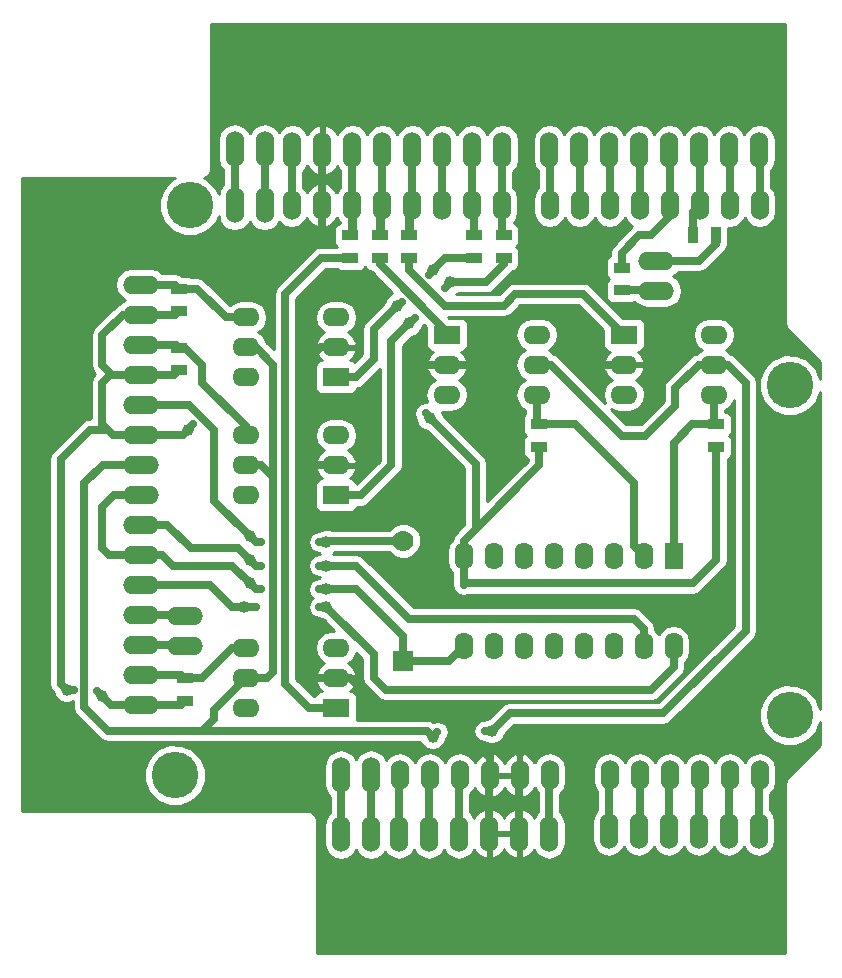
<source format=gbl>
G04 (created by PCBNEW (2013-07-07 BZR 4022)-stable) date 19-01-2019 19:24:24*
%MOIN*%
G04 Gerber Fmt 3.4, Leading zero omitted, Abs format*
%FSLAX34Y34*%
G01*
G70*
G90*
G04 APERTURE LIST*
%ADD10C,0.00590551*%
%ADD11R,0.055X0.035*%
%ADD12O,0.12X0.06*%
%ADD13O,0.06X0.12*%
%ADD14R,0.09X0.062*%
%ADD15O,0.09X0.062*%
%ADD16R,0.062X0.09*%
%ADD17O,0.062X0.09*%
%ADD18C,0.07*%
%ADD19R,0.07X0.07*%
%ADD20O,0.06X0.1*%
%ADD21C,0.155*%
%ADD22R,0.035X0.055*%
%ADD23C,0.0393701*%
%ADD24C,0.0255906*%
%ADD25C,0.0314961*%
%ADD26C,0.01*%
G04 APERTURE END LIST*
G54D10*
G54D11*
X82480Y-54546D03*
X82480Y-55296D03*
X64566Y-51987D03*
X64566Y-52737D03*
X64566Y-50018D03*
X64566Y-50768D03*
X76574Y-54546D03*
X76574Y-55296D03*
X64763Y-63760D03*
X64763Y-63010D03*
G54D12*
X63311Y-63889D03*
X63311Y-62889D03*
X63311Y-61889D03*
X63311Y-60889D03*
X63311Y-59889D03*
X63311Y-58889D03*
X63311Y-57889D03*
X63311Y-56889D03*
X63311Y-55889D03*
X63311Y-54889D03*
X63311Y-53889D03*
X63311Y-52889D03*
X63311Y-51889D03*
X63311Y-50889D03*
X63311Y-49889D03*
G54D13*
X76913Y-45397D03*
X77913Y-45397D03*
X78913Y-45397D03*
X79913Y-45397D03*
X80913Y-45397D03*
X81913Y-45397D03*
X82913Y-45397D03*
X83913Y-45397D03*
X68350Y-45397D03*
X69350Y-45397D03*
X70350Y-45397D03*
X71350Y-45397D03*
X72350Y-45397D03*
X73350Y-45397D03*
X74350Y-45397D03*
X75350Y-45397D03*
X76909Y-68185D03*
X75909Y-68185D03*
X74909Y-68185D03*
X73909Y-68185D03*
X72909Y-68185D03*
X71909Y-68185D03*
G54D12*
X80488Y-49098D03*
X80488Y-50098D03*
G54D13*
X66429Y-45374D03*
X67429Y-45374D03*
X69972Y-68208D03*
X70972Y-68208D03*
G54D12*
X64763Y-60917D03*
X64763Y-61917D03*
G54D14*
X69807Y-52968D03*
G54D15*
X69807Y-51968D03*
X69807Y-50968D03*
X66807Y-50968D03*
X66807Y-51968D03*
X66807Y-52968D03*
G54D14*
X69807Y-63992D03*
G54D15*
X69807Y-62992D03*
X69807Y-61992D03*
X66807Y-61992D03*
X66807Y-62992D03*
X66807Y-63992D03*
G54D14*
X69807Y-56905D03*
G54D15*
X69807Y-55905D03*
X69807Y-54905D03*
X66807Y-54905D03*
X66807Y-55905D03*
X66807Y-56905D03*
G54D14*
X73500Y-51559D03*
G54D15*
X73500Y-52559D03*
X73500Y-53559D03*
X76500Y-53559D03*
X76500Y-52559D03*
X76500Y-51559D03*
G54D14*
X79405Y-51559D03*
G54D15*
X79405Y-52559D03*
X79405Y-53559D03*
X82405Y-53559D03*
X82405Y-52559D03*
X82405Y-51559D03*
G54D16*
X81059Y-58933D03*
G54D17*
X80059Y-58933D03*
X79059Y-58933D03*
X78059Y-58933D03*
X77059Y-58933D03*
X76059Y-58933D03*
X75059Y-58933D03*
X74059Y-58933D03*
X74059Y-61933D03*
X75059Y-61933D03*
X76059Y-61933D03*
X77059Y-61933D03*
X78059Y-61933D03*
X79059Y-61933D03*
X80059Y-61933D03*
X81059Y-61933D03*
G54D18*
X72047Y-58433D03*
G54D19*
X72047Y-62433D03*
G54D20*
X83933Y-66240D03*
X82933Y-66240D03*
X81933Y-66240D03*
X78933Y-66240D03*
X79933Y-66240D03*
X80933Y-66240D03*
X76933Y-66240D03*
X75933Y-66240D03*
X74933Y-66240D03*
X72933Y-66240D03*
X71933Y-66240D03*
X83933Y-47240D03*
X82933Y-47240D03*
X81933Y-47240D03*
X80933Y-47240D03*
X79933Y-47240D03*
X78933Y-47240D03*
X77933Y-47240D03*
X76933Y-47240D03*
X75333Y-47240D03*
X74333Y-47240D03*
X73333Y-47240D03*
X72333Y-47240D03*
X71333Y-47240D03*
X70333Y-47240D03*
X69333Y-47240D03*
X68333Y-47240D03*
X73933Y-66240D03*
G54D21*
X84933Y-64240D03*
X84933Y-53240D03*
X64933Y-47240D03*
X64433Y-66240D03*
G54D13*
X83897Y-68086D03*
X82897Y-68086D03*
X81897Y-68086D03*
X80897Y-68086D03*
X79897Y-68086D03*
X78897Y-68086D03*
X69972Y-66240D03*
X70972Y-66240D03*
X66429Y-47244D03*
X67429Y-47244D03*
G54D11*
X71259Y-48247D03*
X71259Y-48997D03*
X72244Y-48247D03*
X72244Y-48997D03*
X74409Y-48247D03*
X74409Y-48997D03*
X75393Y-48247D03*
X75393Y-48997D03*
X70275Y-48247D03*
X70275Y-48997D03*
G54D22*
X81711Y-48228D03*
X82461Y-48228D03*
G54D11*
X79330Y-49329D03*
X79330Y-50079D03*
G54D23*
X69488Y-58464D03*
X66929Y-58267D03*
X72933Y-54330D03*
X64862Y-54724D03*
X62007Y-63582D03*
X60826Y-63385D03*
X69488Y-49803D03*
X69291Y-48228D03*
X75000Y-64763D03*
X73031Y-64960D03*
X73031Y-49409D03*
X71850Y-50590D03*
X73622Y-49803D03*
X72244Y-51181D03*
X69488Y-60039D03*
X66929Y-59842D03*
X69488Y-59251D03*
X66929Y-59055D03*
X69488Y-60629D03*
X66732Y-60629D03*
G54D24*
X69488Y-58464D02*
X69251Y-58464D01*
X69783Y-58433D02*
X69519Y-58433D01*
X69519Y-58433D02*
X69488Y-58464D01*
X66929Y-58267D02*
X67125Y-58464D01*
X67125Y-58464D02*
X67322Y-58464D01*
X63311Y-53889D02*
X64913Y-53889D01*
X69783Y-58433D02*
X72047Y-58433D01*
X69488Y-58464D02*
X69519Y-58433D01*
X65748Y-57086D02*
X66929Y-58267D01*
X65748Y-54724D02*
X65748Y-57086D01*
X64913Y-53889D02*
X65748Y-54724D01*
X72909Y-68185D02*
X72909Y-66263D01*
X72909Y-66263D02*
X72933Y-66240D01*
X73909Y-68185D02*
X73909Y-66263D01*
X73909Y-66263D02*
X73933Y-66240D01*
X78897Y-68086D02*
X78897Y-66275D01*
X78897Y-66275D02*
X78933Y-66240D01*
X79933Y-66240D02*
X79933Y-68051D01*
X79933Y-68051D02*
X79897Y-68086D01*
X80897Y-68086D02*
X80897Y-66275D01*
X80897Y-66275D02*
X80933Y-66240D01*
X81897Y-68086D02*
X81897Y-66275D01*
X81897Y-66275D02*
X81933Y-66240D01*
X82897Y-68086D02*
X82897Y-66275D01*
X82897Y-66275D02*
X82933Y-66240D01*
X83897Y-68086D02*
X83897Y-66275D01*
X83897Y-66275D02*
X83933Y-66240D01*
X60826Y-63385D02*
X61061Y-63385D01*
X62007Y-63582D02*
X61850Y-63425D01*
X72933Y-54330D02*
X72933Y-54311D01*
X72933Y-54311D02*
X72795Y-54173D01*
X64862Y-54724D02*
X64862Y-54704D01*
X64862Y-54704D02*
X65039Y-54527D01*
X63311Y-54889D02*
X64696Y-54889D01*
X74458Y-55856D02*
X74458Y-58021D01*
X72933Y-54330D02*
X74458Y-55856D01*
X64696Y-54889D02*
X64862Y-54724D01*
X76574Y-55296D02*
X76574Y-55905D01*
X76574Y-55905D02*
X74458Y-58021D01*
X74059Y-58421D02*
X74059Y-58933D01*
X74458Y-58021D02*
X74059Y-58421D01*
X62204Y-54724D02*
X62007Y-54724D01*
X62314Y-63889D02*
X62007Y-63582D01*
X60826Y-63385D02*
X60629Y-63188D01*
X60629Y-63188D02*
X60629Y-55708D01*
X60629Y-55708D02*
X61614Y-54724D01*
X61614Y-54724D02*
X62007Y-54724D01*
X62314Y-63889D02*
X63311Y-63889D01*
X63311Y-63889D02*
X64634Y-63889D01*
X64634Y-63889D02*
X64763Y-63760D01*
X63311Y-54889D02*
X62370Y-54889D01*
X62303Y-52854D02*
X62303Y-52889D01*
X62007Y-53149D02*
X62303Y-52854D01*
X62007Y-54527D02*
X62007Y-53149D01*
X62370Y-54889D02*
X62204Y-54724D01*
X62204Y-54724D02*
X62007Y-54527D01*
X63311Y-52889D02*
X62303Y-52889D01*
X62303Y-52889D02*
X62338Y-52889D01*
X62692Y-50889D02*
X63311Y-50889D01*
X62007Y-51574D02*
X62692Y-50889D01*
X62007Y-52559D02*
X62007Y-51574D01*
X62338Y-52889D02*
X62007Y-52559D01*
X63311Y-50889D02*
X64445Y-50889D01*
X64445Y-50889D02*
X64566Y-50768D01*
X63311Y-52889D02*
X64414Y-52889D01*
X64414Y-52889D02*
X64566Y-52737D01*
X74059Y-58933D02*
X74059Y-59885D01*
X82480Y-59055D02*
X82480Y-55296D01*
X81692Y-59842D02*
X82480Y-59055D01*
X74102Y-59842D02*
X81692Y-59842D01*
X74059Y-59885D02*
X74102Y-59842D01*
X68333Y-47240D02*
X68333Y-45414D01*
X68333Y-45414D02*
X68350Y-45397D01*
X83933Y-47240D02*
X83933Y-45417D01*
X83933Y-45417D02*
X83913Y-45397D01*
X82933Y-47240D02*
X82933Y-45417D01*
X82933Y-45417D02*
X82913Y-45397D01*
X73333Y-47240D02*
X73333Y-45414D01*
X73333Y-45414D02*
X73350Y-45397D01*
X72333Y-47240D02*
X72333Y-45414D01*
X72333Y-45414D02*
X72350Y-45397D01*
G54D25*
X72244Y-48247D02*
X72244Y-47329D01*
X72244Y-47329D02*
X72333Y-47240D01*
G54D24*
X71333Y-47240D02*
X71333Y-45414D01*
X71333Y-45414D02*
X71350Y-45397D01*
G54D25*
X71259Y-48247D02*
X71259Y-47313D01*
X71259Y-47313D02*
X71333Y-47240D01*
G54D24*
X70333Y-47240D02*
X70333Y-45414D01*
X70333Y-45414D02*
X70350Y-45397D01*
G54D25*
X70333Y-47240D02*
X70333Y-48189D01*
X70333Y-48189D02*
X70275Y-48247D01*
G54D24*
X81933Y-47240D02*
X81933Y-45417D01*
X81933Y-45417D02*
X81913Y-45397D01*
X81711Y-48228D02*
X81711Y-47461D01*
X81711Y-47461D02*
X81933Y-47240D01*
X80933Y-47240D02*
X80933Y-45417D01*
X80933Y-45417D02*
X80913Y-45397D01*
X79330Y-49329D02*
X79330Y-48818D01*
X80933Y-47610D02*
X80933Y-47240D01*
X80314Y-48228D02*
X80933Y-47610D01*
X79921Y-48228D02*
X80314Y-48228D01*
X79330Y-48818D02*
X79921Y-48228D01*
X79933Y-47240D02*
X79933Y-45417D01*
X79933Y-45417D02*
X79913Y-45397D01*
X78933Y-47240D02*
X78933Y-45417D01*
X78933Y-45417D02*
X78913Y-45397D01*
X77933Y-47240D02*
X77933Y-45417D01*
X77933Y-45417D02*
X77913Y-45397D01*
X76933Y-47240D02*
X76933Y-45417D01*
X76933Y-45417D02*
X76913Y-45397D01*
X75333Y-47240D02*
X75333Y-48186D01*
X75333Y-48186D02*
X75393Y-48247D01*
X75333Y-47240D02*
X75333Y-45414D01*
X75333Y-45414D02*
X75350Y-45397D01*
X74350Y-45397D02*
X74350Y-47222D01*
X74350Y-47222D02*
X74333Y-47240D01*
X74409Y-48247D02*
X74409Y-47316D01*
X74409Y-47316D02*
X74333Y-47240D01*
X69333Y-47240D02*
X69333Y-45414D01*
X69333Y-45414D02*
X69350Y-45397D01*
X74909Y-68185D02*
X74909Y-66263D01*
X74909Y-66263D02*
X74933Y-66240D01*
X75909Y-68185D02*
X75909Y-66263D01*
X75909Y-66263D02*
X75933Y-66240D01*
X69807Y-62992D02*
X70275Y-62992D01*
X74933Y-65681D02*
X74933Y-66240D01*
X73228Y-63976D02*
X74933Y-65681D01*
X71259Y-63976D02*
X73228Y-63976D01*
X70275Y-62992D02*
X71259Y-63976D01*
X68700Y-57874D02*
X70866Y-57874D01*
X72637Y-52559D02*
X73500Y-52559D01*
X72244Y-52952D02*
X72637Y-52559D01*
X72244Y-56496D02*
X72244Y-52952D01*
X70866Y-57874D02*
X72244Y-56496D01*
X69333Y-47240D02*
X69333Y-48186D01*
X68897Y-52362D02*
X68700Y-52559D01*
X68897Y-50393D02*
X68897Y-52362D01*
X69488Y-49803D02*
X68897Y-50393D01*
X69333Y-48186D02*
X69291Y-48228D01*
X73500Y-52559D02*
X74212Y-52559D01*
X74212Y-52559D02*
X75984Y-50787D01*
X75984Y-50787D02*
X76968Y-50787D01*
X76968Y-50787D02*
X77755Y-51574D01*
X77755Y-51574D02*
X78740Y-52559D01*
X78740Y-52559D02*
X79405Y-52559D01*
X69807Y-55905D02*
X69094Y-55905D01*
X69094Y-55905D02*
X68700Y-56299D01*
X69807Y-51968D02*
X69291Y-51968D01*
X69094Y-62992D02*
X69807Y-62992D01*
X68700Y-62598D02*
X69094Y-62992D01*
X68700Y-52559D02*
X68700Y-56299D01*
X68700Y-56299D02*
X68700Y-57874D01*
X68700Y-57874D02*
X68700Y-58661D01*
X68700Y-58661D02*
X68700Y-62598D01*
X69291Y-51968D02*
X68700Y-52559D01*
X75000Y-64763D02*
X74763Y-64763D01*
X73031Y-64960D02*
X73188Y-64803D01*
X65354Y-64763D02*
X72834Y-64763D01*
X82874Y-52559D02*
X82405Y-52559D01*
X83464Y-53149D02*
X82874Y-52559D01*
X83464Y-61417D02*
X83464Y-53149D01*
X80708Y-64173D02*
X83464Y-61417D01*
X75590Y-64173D02*
X80708Y-64173D01*
X75000Y-64763D02*
X75590Y-64173D01*
X72834Y-64763D02*
X73031Y-64960D01*
X66807Y-51968D02*
X67125Y-51968D01*
X67716Y-52559D02*
X67716Y-56299D01*
X67125Y-51968D02*
X67716Y-52559D01*
X66807Y-62992D02*
X67519Y-62992D01*
X67716Y-62795D02*
X67716Y-56299D01*
X67519Y-62992D02*
X67716Y-62795D01*
X76500Y-52559D02*
X76968Y-52559D01*
X76968Y-52559D02*
X79330Y-54921D01*
X79330Y-54921D02*
X80118Y-54921D01*
X80118Y-54921D02*
X81102Y-53937D01*
X81102Y-53937D02*
X81102Y-53346D01*
X81102Y-53346D02*
X81889Y-52559D01*
X81889Y-52559D02*
X82405Y-52559D01*
X67322Y-55905D02*
X66807Y-55905D01*
X67716Y-56299D02*
X67322Y-55905D01*
X63311Y-55889D02*
X62023Y-55889D01*
X65748Y-64051D02*
X66807Y-62992D01*
X65748Y-64370D02*
X65748Y-64051D01*
X65354Y-64763D02*
X65748Y-64370D01*
X62204Y-64763D02*
X65354Y-64763D01*
X61417Y-63976D02*
X62204Y-64763D01*
X61417Y-56496D02*
X61417Y-63976D01*
X62023Y-55889D02*
X61417Y-56496D01*
X79330Y-50079D02*
X80469Y-50079D01*
X80469Y-50079D02*
X80488Y-50098D01*
X71259Y-48997D02*
X71259Y-49212D01*
X73500Y-51452D02*
X73500Y-51559D01*
X71259Y-49212D02*
X73500Y-51452D01*
X73031Y-49409D02*
X72889Y-49551D01*
X71850Y-50590D02*
X71992Y-50448D01*
X69807Y-52968D02*
X70456Y-52968D01*
X73443Y-48997D02*
X74409Y-48997D01*
X73031Y-49409D02*
X73443Y-48997D01*
X71062Y-51377D02*
X71850Y-50590D01*
X71062Y-52362D02*
X71062Y-51377D01*
X70456Y-52968D02*
X71062Y-52362D01*
X72244Y-48997D02*
X72244Y-49409D01*
X78043Y-50196D02*
X79405Y-51559D01*
X75787Y-50196D02*
X78043Y-50196D01*
X75393Y-50590D02*
X75787Y-50196D01*
X73425Y-50590D02*
X75393Y-50590D01*
X72244Y-49409D02*
X73425Y-50590D01*
X70972Y-66240D02*
X70972Y-68208D01*
X69972Y-68208D02*
X69972Y-66240D01*
X69807Y-63992D02*
X68913Y-63992D01*
X69310Y-48997D02*
X70275Y-48997D01*
X68110Y-50196D02*
X69310Y-48997D01*
X68110Y-63188D02*
X68110Y-50196D01*
X68913Y-63992D02*
X68110Y-63188D01*
X73622Y-49803D02*
X73425Y-50000D01*
X72244Y-51181D02*
X72440Y-50984D01*
X69807Y-56905D02*
X70653Y-56905D01*
X75393Y-49212D02*
X75393Y-48997D01*
X74803Y-49803D02*
X75393Y-49212D01*
X73622Y-49803D02*
X74803Y-49803D01*
X71653Y-51771D02*
X72244Y-51181D01*
X71653Y-55905D02*
X71653Y-51771D01*
X70653Y-56905D02*
X71653Y-55905D01*
X67429Y-47244D02*
X67429Y-45374D01*
X66429Y-47244D02*
X66429Y-45374D01*
X80488Y-49098D02*
X81905Y-49098D01*
X82461Y-48542D02*
X82461Y-48228D01*
X81905Y-49098D02*
X82461Y-48542D01*
X71909Y-68185D02*
X71909Y-66263D01*
X71909Y-66263D02*
X71933Y-66240D01*
X69488Y-60039D02*
X69251Y-60039D01*
X66929Y-59842D02*
X67125Y-60039D01*
X67125Y-60039D02*
X67322Y-60039D01*
X63311Y-58889D02*
X64007Y-58889D01*
X72047Y-61614D02*
X72047Y-62433D01*
X70472Y-60039D02*
X72047Y-61614D01*
X69488Y-60039D02*
X70472Y-60039D01*
X66338Y-59251D02*
X66929Y-59842D01*
X64370Y-59251D02*
X66338Y-59251D01*
X64007Y-58889D02*
X64370Y-59251D01*
X72047Y-62433D02*
X73559Y-62433D01*
X73559Y-62433D02*
X74059Y-61933D01*
X63311Y-58889D02*
X62236Y-58889D01*
X62401Y-56889D02*
X63311Y-56889D01*
X62007Y-57283D02*
X62401Y-56889D01*
X62007Y-58661D02*
X62007Y-57283D01*
X62236Y-58889D02*
X62007Y-58661D01*
X69488Y-59251D02*
X69251Y-59251D01*
X66929Y-59055D02*
X67125Y-59251D01*
X67125Y-59251D02*
X67322Y-59251D01*
X63311Y-57889D02*
X64188Y-57889D01*
X80059Y-61358D02*
X80059Y-61933D01*
X79724Y-61023D02*
X80059Y-61358D01*
X76574Y-61023D02*
X79724Y-61023D01*
X72244Y-61023D02*
X76574Y-61023D01*
X70472Y-59251D02*
X72244Y-61023D01*
X69488Y-59251D02*
X70472Y-59251D01*
X66535Y-58661D02*
X66929Y-59055D01*
X64960Y-58661D02*
X66535Y-58661D01*
X64188Y-57889D02*
X64960Y-58661D01*
X69488Y-60629D02*
X69251Y-60629D01*
X66732Y-60629D02*
X67125Y-60629D01*
X63311Y-59889D02*
X65598Y-59889D01*
X81059Y-62641D02*
X81059Y-61933D01*
X80314Y-63385D02*
X81059Y-62641D01*
X71456Y-63385D02*
X80314Y-63385D01*
X71062Y-62992D02*
X71456Y-63385D01*
X71062Y-62204D02*
X71062Y-62992D01*
X69488Y-60629D02*
X71062Y-62204D01*
X66338Y-60629D02*
X66732Y-60629D01*
X65598Y-59889D02*
X66338Y-60629D01*
X63311Y-60889D02*
X64736Y-60889D01*
X64736Y-60889D02*
X64763Y-60917D01*
X63311Y-61889D02*
X64736Y-61889D01*
X64736Y-61889D02*
X64763Y-61917D01*
X63311Y-49889D02*
X64437Y-49889D01*
X64437Y-49889D02*
X64566Y-50018D01*
X66807Y-50968D02*
X66125Y-50968D01*
X65176Y-50018D02*
X64566Y-50018D01*
X66125Y-50968D02*
X65176Y-50018D01*
X63311Y-51889D02*
X64469Y-51889D01*
X64469Y-51889D02*
X64566Y-51987D01*
X66807Y-54905D02*
X66807Y-54602D01*
X64782Y-51987D02*
X64566Y-51987D01*
X65354Y-52559D02*
X64782Y-51987D01*
X65354Y-53149D02*
X65354Y-52559D01*
X66807Y-54602D02*
X65354Y-53149D01*
X63311Y-62889D02*
X64642Y-62889D01*
X64642Y-62889D02*
X64763Y-63010D01*
X64763Y-63010D02*
X65335Y-63010D01*
X66354Y-61992D02*
X66807Y-61992D01*
X65335Y-63010D02*
X66354Y-61992D01*
X81059Y-58933D02*
X81059Y-55161D01*
X81674Y-54546D02*
X82480Y-54546D01*
X81059Y-55161D02*
X81674Y-54546D01*
X82405Y-53559D02*
X82405Y-54471D01*
X82405Y-54471D02*
X82480Y-54546D01*
X76574Y-54546D02*
X77774Y-54546D01*
X79724Y-58598D02*
X80059Y-58933D01*
X79724Y-56496D02*
X79724Y-58598D01*
X77774Y-54546D02*
X79724Y-56496D01*
X76500Y-53559D02*
X76500Y-54471D01*
X76500Y-54471D02*
X76574Y-54546D01*
X76909Y-68185D02*
X76909Y-66263D01*
X76909Y-66263D02*
X76933Y-66240D01*
G54D10*
G36*
X85950Y-65242D02*
X84848Y-66344D01*
X84790Y-66432D01*
X84769Y-66535D01*
X84769Y-72171D01*
X84483Y-72171D01*
X84483Y-66454D01*
X84483Y-66025D01*
X84441Y-65814D01*
X84321Y-65636D01*
X84143Y-65517D01*
X83933Y-65475D01*
X83842Y-65493D01*
X83842Y-61417D01*
X83842Y-61417D01*
X83842Y-61417D01*
X83842Y-53149D01*
X83813Y-53004D01*
X83731Y-52882D01*
X83731Y-52882D01*
X83141Y-52291D01*
X83018Y-52209D01*
X82981Y-52202D01*
X82955Y-52163D01*
X82799Y-52059D01*
X82955Y-51955D01*
X83076Y-51773D01*
X83119Y-51559D01*
X83076Y-51344D01*
X82955Y-51163D01*
X82773Y-51041D01*
X82559Y-50999D01*
X82251Y-50999D01*
X82037Y-51041D01*
X81855Y-51163D01*
X81734Y-51344D01*
X81691Y-51559D01*
X81734Y-51773D01*
X81855Y-51955D01*
X82011Y-52059D01*
X81855Y-52163D01*
X81836Y-52191D01*
X81745Y-52209D01*
X81622Y-52291D01*
X81622Y-52291D01*
X80835Y-53079D01*
X80753Y-53201D01*
X80724Y-53346D01*
X80724Y-53346D01*
X80724Y-53780D01*
X79961Y-54543D01*
X79487Y-54543D01*
X78985Y-54041D01*
X79037Y-54076D01*
X79251Y-54119D01*
X79559Y-54119D01*
X79773Y-54076D01*
X79955Y-53955D01*
X80076Y-53773D01*
X80119Y-53559D01*
X80105Y-53490D01*
X80105Y-51819D01*
X80105Y-51199D01*
X80067Y-51107D01*
X79997Y-51037D01*
X79905Y-50999D01*
X79806Y-50999D01*
X79379Y-50999D01*
X78310Y-49929D01*
X78187Y-49847D01*
X78043Y-49818D01*
X78043Y-49818D01*
X75787Y-49818D01*
X75642Y-49847D01*
X75520Y-49929D01*
X75520Y-49929D01*
X75237Y-50212D01*
X73801Y-50212D01*
X73874Y-50182D01*
X73875Y-50181D01*
X74803Y-50181D01*
X74803Y-50181D01*
X74803Y-50181D01*
X74947Y-50152D01*
X75070Y-50070D01*
X75660Y-49479D01*
X75660Y-49479D01*
X75660Y-49479D01*
X75699Y-49422D01*
X75718Y-49422D01*
X75810Y-49384D01*
X75880Y-49313D01*
X75918Y-49221D01*
X75918Y-49122D01*
X75918Y-48772D01*
X75880Y-48680D01*
X75822Y-48622D01*
X75880Y-48563D01*
X75918Y-48471D01*
X75918Y-48372D01*
X75918Y-48022D01*
X75880Y-47930D01*
X75810Y-47860D01*
X75732Y-47827D01*
X75841Y-47665D01*
X75883Y-47454D01*
X75883Y-47025D01*
X75841Y-46814D01*
X75721Y-46636D01*
X75711Y-46629D01*
X75711Y-46122D01*
X75739Y-46103D01*
X75858Y-45924D01*
X75900Y-45714D01*
X75900Y-45080D01*
X75858Y-44870D01*
X75739Y-44692D01*
X75560Y-44572D01*
X75350Y-44530D01*
X75139Y-44572D01*
X74961Y-44692D01*
X74850Y-44858D01*
X74739Y-44692D01*
X74560Y-44572D01*
X74350Y-44530D01*
X74139Y-44572D01*
X73961Y-44692D01*
X73850Y-44858D01*
X73739Y-44692D01*
X73560Y-44572D01*
X73350Y-44530D01*
X73139Y-44572D01*
X72961Y-44692D01*
X72850Y-44858D01*
X72739Y-44692D01*
X72560Y-44572D01*
X72350Y-44530D01*
X72139Y-44572D01*
X71961Y-44692D01*
X71850Y-44858D01*
X71739Y-44692D01*
X71560Y-44572D01*
X71350Y-44530D01*
X71139Y-44572D01*
X70961Y-44692D01*
X70850Y-44858D01*
X70739Y-44692D01*
X70560Y-44572D01*
X70350Y-44530D01*
X70139Y-44572D01*
X69961Y-44692D01*
X69846Y-44864D01*
X69839Y-44840D01*
X69703Y-44673D01*
X69514Y-44570D01*
X69485Y-44564D01*
X69400Y-44612D01*
X69400Y-45347D01*
X69408Y-45347D01*
X69408Y-45447D01*
X69400Y-45447D01*
X69400Y-46182D01*
X69485Y-46230D01*
X69514Y-46224D01*
X69703Y-46121D01*
X69839Y-45954D01*
X69846Y-45930D01*
X69955Y-46093D01*
X69955Y-46629D01*
X69944Y-46636D01*
X69829Y-46808D01*
X69822Y-46783D01*
X69686Y-46615D01*
X69497Y-46512D01*
X69468Y-46507D01*
X69383Y-46555D01*
X69383Y-47190D01*
X69390Y-47190D01*
X69390Y-47290D01*
X69383Y-47290D01*
X69383Y-47925D01*
X69468Y-47973D01*
X69497Y-47967D01*
X69686Y-47864D01*
X69822Y-47696D01*
X69829Y-47672D01*
X69925Y-47815D01*
X69925Y-47832D01*
X69859Y-47859D01*
X69788Y-47930D01*
X69750Y-48022D01*
X69750Y-48121D01*
X69750Y-48471D01*
X69788Y-48563D01*
X69844Y-48619D01*
X69310Y-48619D01*
X69310Y-48619D01*
X69281Y-48624D01*
X69165Y-48647D01*
X69042Y-48729D01*
X69042Y-48729D01*
X67842Y-49929D01*
X67761Y-50052D01*
X67732Y-50196D01*
X67732Y-50196D01*
X67732Y-52040D01*
X67486Y-51794D01*
X67478Y-51754D01*
X67356Y-51572D01*
X67201Y-51468D01*
X67356Y-51364D01*
X67478Y-51182D01*
X67520Y-50968D01*
X67478Y-50754D01*
X67356Y-50572D01*
X67175Y-50451D01*
X66960Y-50408D01*
X66653Y-50408D01*
X66439Y-50451D01*
X66261Y-50569D01*
X65443Y-49751D01*
X65320Y-49669D01*
X65176Y-49640D01*
X65176Y-49640D01*
X64992Y-49640D01*
X64983Y-49631D01*
X64891Y-49593D01*
X64792Y-49593D01*
X64662Y-49593D01*
X64582Y-49540D01*
X64437Y-49511D01*
X64437Y-49511D01*
X64023Y-49511D01*
X64016Y-49500D01*
X63838Y-49381D01*
X63627Y-49339D01*
X62994Y-49339D01*
X62783Y-49381D01*
X62605Y-49500D01*
X62486Y-49679D01*
X62444Y-49889D01*
X62486Y-50100D01*
X62605Y-50278D01*
X62771Y-50389D01*
X62605Y-50500D01*
X62583Y-50533D01*
X62548Y-50540D01*
X62425Y-50622D01*
X62425Y-50622D01*
X61740Y-51307D01*
X61658Y-51430D01*
X61629Y-51574D01*
X61629Y-51574D01*
X61629Y-52559D01*
X61629Y-52559D01*
X61658Y-52703D01*
X61740Y-52826D01*
X61768Y-52854D01*
X61740Y-52882D01*
X61658Y-53004D01*
X61629Y-53149D01*
X61629Y-53149D01*
X61629Y-54346D01*
X61614Y-54346D01*
X61614Y-54346D01*
X61585Y-54352D01*
X61469Y-54375D01*
X61346Y-54457D01*
X61346Y-54457D01*
X60362Y-55441D01*
X60280Y-55564D01*
X60251Y-55708D01*
X60251Y-55708D01*
X60251Y-63188D01*
X60251Y-63188D01*
X60280Y-63333D01*
X60362Y-63456D01*
X60379Y-63473D01*
X60379Y-63474D01*
X60447Y-63638D01*
X60573Y-63764D01*
X60737Y-63832D01*
X60915Y-63832D01*
X61039Y-63781D01*
X61039Y-63976D01*
X61039Y-63976D01*
X61068Y-64121D01*
X61150Y-64243D01*
X61937Y-65031D01*
X61937Y-65031D01*
X62060Y-65112D01*
X62204Y-65141D01*
X62204Y-65141D01*
X62204Y-65141D01*
X65354Y-65141D01*
X65354Y-65141D01*
X65354Y-65141D01*
X65354Y-65141D01*
X72622Y-65141D01*
X72652Y-65213D01*
X72778Y-65339D01*
X72942Y-65407D01*
X73119Y-65407D01*
X73284Y-65339D01*
X73410Y-65214D01*
X73478Y-65049D01*
X73478Y-65037D01*
X73538Y-64947D01*
X73566Y-64803D01*
X73538Y-64658D01*
X73456Y-64535D01*
X73333Y-64453D01*
X73188Y-64425D01*
X73044Y-64453D01*
X73041Y-64456D01*
X72979Y-64414D01*
X72834Y-64385D01*
X72834Y-64385D01*
X70493Y-64385D01*
X70507Y-64352D01*
X70507Y-64252D01*
X70507Y-63632D01*
X70469Y-63540D01*
X70398Y-63470D01*
X70307Y-63432D01*
X70279Y-63432D01*
X70378Y-63352D01*
X70483Y-63160D01*
X70490Y-63128D01*
X70442Y-63042D01*
X69857Y-63042D01*
X69857Y-63050D01*
X69757Y-63050D01*
X69757Y-63042D01*
X69172Y-63042D01*
X69124Y-63128D01*
X69130Y-63160D01*
X69235Y-63352D01*
X69334Y-63432D01*
X69307Y-63432D01*
X69215Y-63470D01*
X69145Y-63540D01*
X69114Y-63614D01*
X69069Y-63614D01*
X68488Y-63032D01*
X68488Y-50353D01*
X69466Y-49375D01*
X69849Y-49375D01*
X69858Y-49383D01*
X69950Y-49422D01*
X70050Y-49422D01*
X70600Y-49422D01*
X70692Y-49384D01*
X70762Y-49313D01*
X70767Y-49301D01*
X70772Y-49313D01*
X70843Y-49383D01*
X70934Y-49422D01*
X70953Y-49422D01*
X70992Y-49479D01*
X71687Y-50174D01*
X71597Y-50211D01*
X71471Y-50337D01*
X71403Y-50501D01*
X71403Y-50502D01*
X70795Y-51110D01*
X70713Y-51233D01*
X70685Y-51377D01*
X70685Y-51377D01*
X70685Y-52205D01*
X70520Y-52369D01*
X70520Y-50968D01*
X70478Y-50754D01*
X70356Y-50572D01*
X70175Y-50451D01*
X69960Y-50408D01*
X69653Y-50408D01*
X69439Y-50451D01*
X69257Y-50572D01*
X69136Y-50754D01*
X69093Y-50968D01*
X69136Y-51182D01*
X69257Y-51364D01*
X69412Y-51468D01*
X69406Y-51470D01*
X69235Y-51607D01*
X69130Y-51800D01*
X69124Y-51831D01*
X69172Y-51918D01*
X69757Y-51918D01*
X69757Y-51910D01*
X69857Y-51910D01*
X69857Y-51918D01*
X70442Y-51918D01*
X70490Y-51831D01*
X70483Y-51800D01*
X70378Y-51607D01*
X70207Y-51470D01*
X70201Y-51468D01*
X70356Y-51364D01*
X70478Y-51182D01*
X70520Y-50968D01*
X70520Y-52369D01*
X70421Y-52469D01*
X70398Y-52446D01*
X70307Y-52408D01*
X70279Y-52408D01*
X70378Y-52329D01*
X70483Y-52136D01*
X70490Y-52105D01*
X70442Y-52018D01*
X69857Y-52018D01*
X69857Y-52026D01*
X69757Y-52026D01*
X69757Y-52018D01*
X69172Y-52018D01*
X69124Y-52105D01*
X69130Y-52136D01*
X69235Y-52329D01*
X69334Y-52408D01*
X69307Y-52408D01*
X69215Y-52446D01*
X69145Y-52516D01*
X69107Y-52608D01*
X69107Y-52708D01*
X69107Y-53328D01*
X69145Y-53419D01*
X69215Y-53490D01*
X69307Y-53528D01*
X69406Y-53528D01*
X70306Y-53528D01*
X70398Y-53490D01*
X70468Y-53420D01*
X70503Y-53337D01*
X70601Y-53317D01*
X70723Y-53235D01*
X71275Y-52684D01*
X71275Y-55748D01*
X70520Y-56503D01*
X70520Y-54905D01*
X70478Y-54691D01*
X70356Y-54509D01*
X70175Y-54388D01*
X69960Y-54345D01*
X69653Y-54345D01*
X69439Y-54388D01*
X69257Y-54509D01*
X69136Y-54691D01*
X69093Y-54905D01*
X69136Y-55119D01*
X69257Y-55301D01*
X69412Y-55405D01*
X69406Y-55407D01*
X69235Y-55544D01*
X69130Y-55737D01*
X69124Y-55768D01*
X69172Y-55855D01*
X69757Y-55855D01*
X69757Y-55847D01*
X69857Y-55847D01*
X69857Y-55855D01*
X70442Y-55855D01*
X70490Y-55768D01*
X70483Y-55737D01*
X70378Y-55544D01*
X70207Y-55407D01*
X70201Y-55405D01*
X70356Y-55301D01*
X70478Y-55119D01*
X70520Y-54905D01*
X70520Y-56503D01*
X70498Y-56525D01*
X70469Y-56454D01*
X70398Y-56383D01*
X70307Y-56345D01*
X70279Y-56345D01*
X70378Y-56266D01*
X70483Y-56073D01*
X70490Y-56042D01*
X70442Y-55955D01*
X69857Y-55955D01*
X69857Y-55963D01*
X69757Y-55963D01*
X69757Y-55955D01*
X69172Y-55955D01*
X69124Y-56042D01*
X69130Y-56073D01*
X69235Y-56266D01*
X69334Y-56345D01*
X69307Y-56345D01*
X69215Y-56383D01*
X69145Y-56453D01*
X69107Y-56545D01*
X69107Y-56645D01*
X69107Y-57265D01*
X69145Y-57356D01*
X69215Y-57427D01*
X69307Y-57465D01*
X69406Y-57465D01*
X70306Y-57465D01*
X70398Y-57427D01*
X70468Y-57357D01*
X70499Y-57283D01*
X70653Y-57283D01*
X70653Y-57283D01*
X70653Y-57283D01*
X70798Y-57254D01*
X70920Y-57172D01*
X71920Y-56172D01*
X71920Y-56172D01*
X71920Y-56172D01*
X72002Y-56050D01*
X72031Y-55905D01*
X72031Y-51928D01*
X72331Y-51628D01*
X72332Y-51628D01*
X72496Y-51560D01*
X72622Y-51434D01*
X72690Y-51270D01*
X72690Y-51268D01*
X72708Y-51251D01*
X72730Y-51217D01*
X72799Y-51287D01*
X72799Y-51298D01*
X72799Y-51918D01*
X72837Y-52010D01*
X72908Y-52080D01*
X73000Y-52119D01*
X73027Y-52119D01*
X72928Y-52198D01*
X72823Y-52390D01*
X72816Y-52422D01*
X72865Y-52509D01*
X73450Y-52509D01*
X73450Y-52501D01*
X73550Y-52501D01*
X73550Y-52509D01*
X74134Y-52509D01*
X74183Y-52422D01*
X74176Y-52390D01*
X74071Y-52198D01*
X73972Y-52119D01*
X73999Y-52119D01*
X74091Y-52081D01*
X74161Y-52010D01*
X74199Y-51919D01*
X74200Y-51819D01*
X74200Y-51199D01*
X74162Y-51107D01*
X74091Y-51037D01*
X73999Y-50999D01*
X73900Y-50999D01*
X73580Y-50999D01*
X73550Y-50968D01*
X75393Y-50968D01*
X75393Y-50968D01*
X75393Y-50968D01*
X75538Y-50939D01*
X75660Y-50857D01*
X75943Y-50574D01*
X77886Y-50574D01*
X78705Y-51393D01*
X78705Y-51918D01*
X78743Y-52010D01*
X78813Y-52080D01*
X78905Y-52119D01*
X78932Y-52119D01*
X78834Y-52198D01*
X78729Y-52390D01*
X78722Y-52422D01*
X78770Y-52509D01*
X79355Y-52509D01*
X79355Y-52501D01*
X79455Y-52501D01*
X79455Y-52509D01*
X80040Y-52509D01*
X80088Y-52422D01*
X80082Y-52390D01*
X79976Y-52198D01*
X79878Y-52119D01*
X79905Y-52119D01*
X79996Y-52081D01*
X80067Y-52010D01*
X80105Y-51919D01*
X80105Y-51819D01*
X80105Y-53490D01*
X80076Y-53344D01*
X79955Y-53163D01*
X79799Y-53059D01*
X79806Y-53057D01*
X79976Y-52919D01*
X80082Y-52727D01*
X80088Y-52695D01*
X80040Y-52609D01*
X79455Y-52609D01*
X79455Y-52616D01*
X79355Y-52616D01*
X79355Y-52609D01*
X78770Y-52609D01*
X78722Y-52695D01*
X78729Y-52727D01*
X78834Y-52919D01*
X79005Y-53057D01*
X79011Y-53059D01*
X78855Y-53163D01*
X78734Y-53344D01*
X78691Y-53559D01*
X78734Y-53773D01*
X78768Y-53824D01*
X77235Y-52291D01*
X77113Y-52209D01*
X77076Y-52202D01*
X77049Y-52163D01*
X76894Y-52059D01*
X77049Y-51955D01*
X77171Y-51773D01*
X77213Y-51559D01*
X77171Y-51344D01*
X77049Y-51163D01*
X76868Y-51041D01*
X76653Y-50999D01*
X76346Y-50999D01*
X76131Y-51041D01*
X75950Y-51163D01*
X75828Y-51344D01*
X75786Y-51559D01*
X75828Y-51773D01*
X75950Y-51955D01*
X76105Y-52059D01*
X75950Y-52163D01*
X75828Y-52344D01*
X75786Y-52559D01*
X75828Y-52773D01*
X75950Y-52955D01*
X76105Y-53059D01*
X75950Y-53163D01*
X75828Y-53344D01*
X75786Y-53559D01*
X75828Y-53773D01*
X75950Y-53955D01*
X76122Y-54069D01*
X76122Y-54195D01*
X76087Y-54229D01*
X76049Y-54321D01*
X76049Y-54420D01*
X76049Y-54770D01*
X76087Y-54862D01*
X76146Y-54921D01*
X76087Y-54979D01*
X76049Y-55071D01*
X76049Y-55170D01*
X76049Y-55520D01*
X76087Y-55612D01*
X76158Y-55683D01*
X76196Y-55699D01*
X76196Y-55748D01*
X74836Y-57109D01*
X74836Y-55856D01*
X74807Y-55711D01*
X74725Y-55589D01*
X74725Y-55589D01*
X73379Y-54243D01*
X73379Y-54242D01*
X73327Y-54115D01*
X73346Y-54119D01*
X73653Y-54119D01*
X73868Y-54076D01*
X74049Y-53955D01*
X74171Y-53773D01*
X74213Y-53559D01*
X74171Y-53344D01*
X74049Y-53163D01*
X73894Y-53059D01*
X73900Y-53057D01*
X74071Y-52919D01*
X74176Y-52727D01*
X74183Y-52695D01*
X74134Y-52609D01*
X73550Y-52609D01*
X73550Y-52616D01*
X73450Y-52616D01*
X73450Y-52609D01*
X72865Y-52609D01*
X72816Y-52695D01*
X72823Y-52727D01*
X72928Y-52919D01*
X73099Y-53057D01*
X73105Y-53059D01*
X72950Y-53163D01*
X72828Y-53344D01*
X72786Y-53559D01*
X72828Y-53773D01*
X72850Y-53806D01*
X72795Y-53795D01*
X72650Y-53824D01*
X72528Y-53905D01*
X72446Y-54028D01*
X72417Y-54173D01*
X72446Y-54317D01*
X72486Y-54377D01*
X72486Y-54419D01*
X72554Y-54583D01*
X72679Y-54709D01*
X72843Y-54777D01*
X72845Y-54777D01*
X74080Y-56012D01*
X74080Y-57865D01*
X73791Y-58154D01*
X73709Y-58276D01*
X73692Y-58363D01*
X73663Y-58383D01*
X73541Y-58565D01*
X73499Y-58779D01*
X73499Y-59086D01*
X73541Y-59301D01*
X73663Y-59482D01*
X73681Y-59494D01*
X73681Y-59885D01*
X73681Y-59885D01*
X73709Y-60030D01*
X73791Y-60153D01*
X73914Y-60235D01*
X74059Y-60263D01*
X74059Y-60263D01*
X74203Y-60235D01*
X74225Y-60220D01*
X81692Y-60220D01*
X81692Y-60220D01*
X81692Y-60220D01*
X81837Y-60191D01*
X81960Y-60109D01*
X82747Y-59322D01*
X82747Y-59322D01*
X82747Y-59322D01*
X82829Y-59199D01*
X82858Y-59055D01*
X82858Y-59055D01*
X82858Y-59055D01*
X82858Y-55699D01*
X82896Y-55683D01*
X82967Y-55613D01*
X83005Y-55521D01*
X83005Y-55421D01*
X83005Y-55071D01*
X82967Y-54979D01*
X82908Y-54921D01*
X82967Y-54863D01*
X83005Y-54771D01*
X83005Y-54671D01*
X83005Y-54321D01*
X82967Y-54229D01*
X82897Y-54159D01*
X82805Y-54121D01*
X82783Y-54121D01*
X82783Y-54069D01*
X82955Y-53955D01*
X83076Y-53773D01*
X83086Y-53723D01*
X83086Y-61260D01*
X81619Y-62728D01*
X81619Y-62086D01*
X81619Y-61779D01*
X81576Y-61565D01*
X81455Y-61383D01*
X81273Y-61261D01*
X81059Y-61219D01*
X80844Y-61261D01*
X80663Y-61383D01*
X80559Y-61539D01*
X80455Y-61383D01*
X80437Y-61371D01*
X80437Y-61358D01*
X80408Y-61213D01*
X80326Y-61091D01*
X80326Y-61091D01*
X79991Y-60756D01*
X79869Y-60674D01*
X79724Y-60645D01*
X79724Y-60645D01*
X76574Y-60645D01*
X72400Y-60645D01*
X70739Y-58984D01*
X70617Y-58902D01*
X70472Y-58874D01*
X70472Y-58874D01*
X69742Y-58874D01*
X69741Y-58873D01*
X69705Y-58858D01*
X69740Y-58843D01*
X69773Y-58811D01*
X69783Y-58811D01*
X71576Y-58811D01*
X71706Y-58941D01*
X71927Y-59032D01*
X72166Y-59033D01*
X72386Y-58942D01*
X72555Y-58773D01*
X72647Y-58552D01*
X72647Y-58314D01*
X72556Y-58093D01*
X72387Y-57924D01*
X72167Y-57833D01*
X71928Y-57832D01*
X71707Y-57924D01*
X71576Y-58055D01*
X69783Y-58055D01*
X69667Y-58055D01*
X69577Y-58017D01*
X69399Y-58017D01*
X69235Y-58085D01*
X69229Y-58091D01*
X69107Y-58115D01*
X68984Y-58197D01*
X68902Y-58319D01*
X68874Y-58464D01*
X68902Y-58609D01*
X68984Y-58731D01*
X69107Y-58813D01*
X69229Y-58838D01*
X69234Y-58843D01*
X69270Y-58858D01*
X69235Y-58872D01*
X69229Y-58878D01*
X69107Y-58902D01*
X68984Y-58984D01*
X68902Y-59107D01*
X68874Y-59251D01*
X68902Y-59396D01*
X68984Y-59519D01*
X69107Y-59601D01*
X69229Y-59625D01*
X69234Y-59630D01*
X69270Y-59645D01*
X69235Y-59660D01*
X69229Y-59665D01*
X69107Y-59690D01*
X68984Y-59772D01*
X68902Y-59894D01*
X68874Y-60039D01*
X68902Y-60184D01*
X68984Y-60306D01*
X69026Y-60334D01*
X68984Y-60362D01*
X68902Y-60485D01*
X68874Y-60629D01*
X68902Y-60774D01*
X68984Y-60897D01*
X69107Y-60979D01*
X69229Y-61003D01*
X69234Y-61008D01*
X69398Y-61076D01*
X69400Y-61076D01*
X69755Y-61432D01*
X69653Y-61432D01*
X69439Y-61474D01*
X69257Y-61596D01*
X69136Y-61777D01*
X69093Y-61992D01*
X69136Y-62206D01*
X69257Y-62388D01*
X69412Y-62492D01*
X69406Y-62493D01*
X69235Y-62631D01*
X69130Y-62824D01*
X69124Y-62855D01*
X69172Y-62942D01*
X69757Y-62942D01*
X69757Y-62934D01*
X69857Y-62934D01*
X69857Y-62942D01*
X70442Y-62942D01*
X70490Y-62855D01*
X70483Y-62824D01*
X70378Y-62631D01*
X70207Y-62493D01*
X70201Y-62492D01*
X70356Y-62388D01*
X70478Y-62206D01*
X70486Y-62163D01*
X70685Y-62361D01*
X70685Y-62992D01*
X70685Y-62992D01*
X70713Y-63136D01*
X70795Y-63259D01*
X71189Y-63653D01*
X71189Y-63653D01*
X71312Y-63735D01*
X71456Y-63763D01*
X80314Y-63763D01*
X80314Y-63763D01*
X80314Y-63763D01*
X80459Y-63735D01*
X80582Y-63653D01*
X81326Y-62908D01*
X81326Y-62908D01*
X81326Y-62908D01*
X81408Y-62786D01*
X81437Y-62641D01*
X81437Y-62494D01*
X81455Y-62482D01*
X81576Y-62301D01*
X81619Y-62086D01*
X81619Y-62728D01*
X80552Y-63795D01*
X75590Y-63795D01*
X75445Y-63824D01*
X75323Y-63905D01*
X75323Y-63905D01*
X74912Y-64316D01*
X74911Y-64316D01*
X74747Y-64384D01*
X74741Y-64390D01*
X74619Y-64414D01*
X74496Y-64496D01*
X74414Y-64619D01*
X74385Y-64763D01*
X74414Y-64908D01*
X74496Y-65031D01*
X74619Y-65112D01*
X74741Y-65137D01*
X74746Y-65142D01*
X74910Y-65210D01*
X75088Y-65210D01*
X75252Y-65142D01*
X75378Y-65017D01*
X75446Y-64853D01*
X75446Y-64851D01*
X75747Y-64551D01*
X80708Y-64551D01*
X80708Y-64551D01*
X80708Y-64551D01*
X80853Y-64522D01*
X80975Y-64440D01*
X83731Y-61684D01*
X83731Y-61684D01*
X83731Y-61684D01*
X83813Y-61561D01*
X83813Y-61561D01*
X83836Y-61446D01*
X83842Y-61417D01*
X83842Y-65493D01*
X83722Y-65517D01*
X83544Y-65636D01*
X83433Y-65802D01*
X83321Y-65636D01*
X83143Y-65517D01*
X82933Y-65475D01*
X82722Y-65517D01*
X82544Y-65636D01*
X82433Y-65802D01*
X82321Y-65636D01*
X82143Y-65517D01*
X81933Y-65475D01*
X81722Y-65517D01*
X81544Y-65636D01*
X81433Y-65802D01*
X81321Y-65636D01*
X81143Y-65517D01*
X80933Y-65475D01*
X80722Y-65517D01*
X80544Y-65636D01*
X80433Y-65802D01*
X80321Y-65636D01*
X80143Y-65517D01*
X79933Y-65475D01*
X79722Y-65517D01*
X79544Y-65636D01*
X79433Y-65802D01*
X79321Y-65636D01*
X79143Y-65517D01*
X78933Y-65475D01*
X78722Y-65517D01*
X78544Y-65636D01*
X78424Y-65814D01*
X78383Y-66025D01*
X78383Y-66454D01*
X78424Y-66665D01*
X78519Y-66807D01*
X78519Y-67373D01*
X78508Y-67381D01*
X78389Y-67559D01*
X78347Y-67769D01*
X78347Y-68403D01*
X78389Y-68613D01*
X78508Y-68792D01*
X78687Y-68911D01*
X78897Y-68953D01*
X79108Y-68911D01*
X79286Y-68792D01*
X79397Y-68625D01*
X79508Y-68792D01*
X79687Y-68911D01*
X79897Y-68953D01*
X80108Y-68911D01*
X80286Y-68792D01*
X80397Y-68625D01*
X80508Y-68792D01*
X80687Y-68911D01*
X80897Y-68953D01*
X81108Y-68911D01*
X81286Y-68792D01*
X81397Y-68625D01*
X81508Y-68792D01*
X81687Y-68911D01*
X81897Y-68953D01*
X82108Y-68911D01*
X82286Y-68792D01*
X82397Y-68625D01*
X82508Y-68792D01*
X82687Y-68911D01*
X82897Y-68953D01*
X83108Y-68911D01*
X83286Y-68792D01*
X83397Y-68625D01*
X83508Y-68792D01*
X83687Y-68911D01*
X83897Y-68953D01*
X84108Y-68911D01*
X84286Y-68792D01*
X84405Y-68613D01*
X84447Y-68403D01*
X84447Y-67769D01*
X84405Y-67559D01*
X84286Y-67381D01*
X84275Y-67373D01*
X84275Y-66874D01*
X84321Y-66843D01*
X84441Y-66665D01*
X84483Y-66454D01*
X84483Y-72171D01*
X77483Y-72171D01*
X77483Y-66454D01*
X77483Y-66025D01*
X77441Y-65814D01*
X77321Y-65636D01*
X77143Y-65517D01*
X76933Y-65475D01*
X76722Y-65517D01*
X76544Y-65636D01*
X76429Y-65808D01*
X76422Y-65783D01*
X76286Y-65615D01*
X76097Y-65512D01*
X76068Y-65507D01*
X75983Y-65555D01*
X75983Y-66190D01*
X75990Y-66190D01*
X75990Y-66290D01*
X75983Y-66290D01*
X75983Y-66925D01*
X76068Y-66973D01*
X76097Y-66967D01*
X76286Y-66864D01*
X76422Y-66696D01*
X76429Y-66672D01*
X76531Y-66824D01*
X76531Y-67472D01*
X76520Y-67479D01*
X76405Y-67651D01*
X76398Y-67628D01*
X76263Y-67460D01*
X76073Y-67357D01*
X76044Y-67351D01*
X75959Y-67400D01*
X75959Y-68135D01*
X75967Y-68135D01*
X75967Y-68235D01*
X75959Y-68235D01*
X75959Y-68969D01*
X76044Y-69018D01*
X76073Y-69012D01*
X76263Y-68909D01*
X76398Y-68741D01*
X76405Y-68718D01*
X76520Y-68890D01*
X76698Y-69009D01*
X76909Y-69051D01*
X77119Y-69009D01*
X77298Y-68890D01*
X77417Y-68712D01*
X77459Y-68501D01*
X77459Y-67868D01*
X77417Y-67657D01*
X77298Y-67479D01*
X77287Y-67472D01*
X77287Y-66866D01*
X77321Y-66843D01*
X77441Y-66665D01*
X77483Y-66454D01*
X77483Y-72171D01*
X75883Y-72171D01*
X75883Y-66925D01*
X75883Y-66290D01*
X75883Y-66190D01*
X75883Y-65555D01*
X75798Y-65507D01*
X75768Y-65512D01*
X75579Y-65615D01*
X75444Y-65783D01*
X75433Y-65820D01*
X75422Y-65783D01*
X75286Y-65615D01*
X75097Y-65512D01*
X75068Y-65507D01*
X74983Y-65555D01*
X74983Y-66190D01*
X75383Y-66190D01*
X75483Y-66190D01*
X75883Y-66190D01*
X75883Y-66290D01*
X75483Y-66290D01*
X75383Y-66290D01*
X74983Y-66290D01*
X74983Y-66925D01*
X75068Y-66973D01*
X75097Y-66967D01*
X75286Y-66864D01*
X75422Y-66696D01*
X75433Y-66659D01*
X75444Y-66696D01*
X75579Y-66864D01*
X75768Y-66967D01*
X75798Y-66973D01*
X75883Y-66925D01*
X75883Y-72171D01*
X75859Y-72171D01*
X75859Y-68969D01*
X75859Y-68235D01*
X75859Y-68135D01*
X75859Y-67400D01*
X75774Y-67351D01*
X75745Y-67357D01*
X75555Y-67460D01*
X75420Y-67628D01*
X75409Y-67665D01*
X75398Y-67628D01*
X75263Y-67460D01*
X75073Y-67357D01*
X75044Y-67351D01*
X74959Y-67400D01*
X74959Y-68135D01*
X75359Y-68135D01*
X75459Y-68135D01*
X75859Y-68135D01*
X75859Y-68235D01*
X75459Y-68235D01*
X75359Y-68235D01*
X74959Y-68235D01*
X74959Y-68969D01*
X75044Y-69018D01*
X75073Y-69012D01*
X75263Y-68909D01*
X75398Y-68741D01*
X75409Y-68704D01*
X75420Y-68741D01*
X75555Y-68909D01*
X75745Y-69012D01*
X75774Y-69018D01*
X75859Y-68969D01*
X75859Y-72171D01*
X74883Y-72171D01*
X74883Y-66925D01*
X74883Y-66290D01*
X74875Y-66290D01*
X74875Y-66190D01*
X74883Y-66190D01*
X74883Y-65555D01*
X74798Y-65507D01*
X74768Y-65512D01*
X74579Y-65615D01*
X74444Y-65783D01*
X74436Y-65808D01*
X74321Y-65636D01*
X74143Y-65517D01*
X73933Y-65475D01*
X73722Y-65517D01*
X73544Y-65636D01*
X73433Y-65802D01*
X73321Y-65636D01*
X73143Y-65517D01*
X72933Y-65475D01*
X72722Y-65517D01*
X72544Y-65636D01*
X72433Y-65802D01*
X72321Y-65636D01*
X72143Y-65517D01*
X71933Y-65475D01*
X71722Y-65517D01*
X71544Y-65636D01*
X71483Y-65727D01*
X71480Y-65713D01*
X71361Y-65534D01*
X71182Y-65415D01*
X70972Y-65373D01*
X70761Y-65415D01*
X70583Y-65534D01*
X70472Y-65700D01*
X70361Y-65534D01*
X70182Y-65415D01*
X69972Y-65373D01*
X69761Y-65415D01*
X69583Y-65534D01*
X69464Y-65713D01*
X69422Y-65923D01*
X69422Y-66556D01*
X69464Y-66767D01*
X69583Y-66945D01*
X69594Y-66953D01*
X69594Y-67495D01*
X69583Y-67503D01*
X69464Y-67681D01*
X69422Y-67892D01*
X69422Y-68525D01*
X69464Y-68735D01*
X69583Y-68914D01*
X69761Y-69033D01*
X69972Y-69075D01*
X70182Y-69033D01*
X70361Y-68914D01*
X70472Y-68747D01*
X70583Y-68914D01*
X70761Y-69033D01*
X70972Y-69075D01*
X71182Y-69033D01*
X71361Y-68914D01*
X71448Y-68783D01*
X71520Y-68890D01*
X71698Y-69009D01*
X71909Y-69051D01*
X72119Y-69009D01*
X72298Y-68890D01*
X72409Y-68724D01*
X72520Y-68890D01*
X72698Y-69009D01*
X72909Y-69051D01*
X73119Y-69009D01*
X73298Y-68890D01*
X73409Y-68724D01*
X73520Y-68890D01*
X73698Y-69009D01*
X73909Y-69051D01*
X74119Y-69009D01*
X74298Y-68890D01*
X74413Y-68718D01*
X74420Y-68741D01*
X74555Y-68909D01*
X74745Y-69012D01*
X74774Y-69018D01*
X74859Y-68969D01*
X74859Y-68235D01*
X74851Y-68235D01*
X74851Y-68135D01*
X74859Y-68135D01*
X74859Y-67400D01*
X74774Y-67351D01*
X74745Y-67357D01*
X74555Y-67460D01*
X74420Y-67628D01*
X74413Y-67651D01*
X74298Y-67479D01*
X74287Y-67472D01*
X74287Y-66866D01*
X74321Y-66843D01*
X74436Y-66672D01*
X74444Y-66696D01*
X74579Y-66864D01*
X74768Y-66967D01*
X74798Y-66973D01*
X74883Y-66925D01*
X74883Y-72171D01*
X69167Y-72171D01*
X69167Y-67716D01*
X69146Y-67613D01*
X69088Y-67525D01*
X69000Y-67467D01*
X68897Y-67446D01*
X65458Y-67446D01*
X65458Y-66037D01*
X65302Y-65660D01*
X65014Y-65371D01*
X64637Y-65215D01*
X64230Y-65214D01*
X63853Y-65370D01*
X63564Y-65658D01*
X63408Y-66035D01*
X63407Y-66443D01*
X63563Y-66820D01*
X63851Y-67108D01*
X64228Y-67264D01*
X64636Y-67265D01*
X65012Y-67109D01*
X65301Y-66821D01*
X65457Y-66444D01*
X65458Y-66037D01*
X65458Y-67446D01*
X59324Y-67446D01*
X59324Y-46332D01*
X64445Y-46332D01*
X64353Y-46370D01*
X64064Y-46658D01*
X63908Y-47035D01*
X63907Y-47443D01*
X64063Y-47820D01*
X64351Y-48108D01*
X64728Y-48264D01*
X65136Y-48265D01*
X65512Y-48109D01*
X65801Y-47821D01*
X65889Y-47610D01*
X65921Y-47771D01*
X66040Y-47949D01*
X66218Y-48068D01*
X66429Y-48110D01*
X66639Y-48068D01*
X66818Y-47949D01*
X66929Y-47783D01*
X67040Y-47949D01*
X67218Y-48068D01*
X67429Y-48110D01*
X67639Y-48068D01*
X67818Y-47949D01*
X67916Y-47802D01*
X67944Y-47843D01*
X68122Y-47962D01*
X68333Y-48004D01*
X68543Y-47962D01*
X68721Y-47843D01*
X68836Y-47672D01*
X68844Y-47696D01*
X68979Y-47864D01*
X69168Y-47967D01*
X69198Y-47973D01*
X69283Y-47925D01*
X69283Y-47290D01*
X69275Y-47290D01*
X69275Y-47190D01*
X69283Y-47190D01*
X69283Y-46555D01*
X69198Y-46507D01*
X69168Y-46512D01*
X68979Y-46615D01*
X68844Y-46783D01*
X68836Y-46808D01*
X68721Y-46636D01*
X68711Y-46629D01*
X68711Y-46122D01*
X68739Y-46103D01*
X68854Y-45930D01*
X68861Y-45954D01*
X68996Y-46121D01*
X69186Y-46224D01*
X69215Y-46230D01*
X69300Y-46182D01*
X69300Y-45447D01*
X69292Y-45447D01*
X69292Y-45347D01*
X69300Y-45347D01*
X69300Y-44612D01*
X69215Y-44564D01*
X69186Y-44570D01*
X68996Y-44673D01*
X68861Y-44840D01*
X68854Y-44864D01*
X68739Y-44692D01*
X68560Y-44572D01*
X68350Y-44530D01*
X68139Y-44572D01*
X67961Y-44692D01*
X67897Y-44787D01*
X67818Y-44668D01*
X67639Y-44549D01*
X67429Y-44507D01*
X67218Y-44549D01*
X67040Y-44668D01*
X66929Y-44834D01*
X66818Y-44668D01*
X66639Y-44549D01*
X66429Y-44507D01*
X66218Y-44549D01*
X66040Y-44668D01*
X65921Y-44846D01*
X65879Y-45057D01*
X65879Y-45690D01*
X65921Y-45901D01*
X66040Y-46079D01*
X66051Y-46086D01*
X66051Y-46531D01*
X66040Y-46538D01*
X65921Y-46716D01*
X65890Y-46872D01*
X65802Y-46660D01*
X65514Y-46371D01*
X65399Y-46323D01*
X65457Y-46312D01*
X65545Y-46253D01*
X65603Y-46166D01*
X65624Y-46062D01*
X65624Y-41214D01*
X84769Y-41214D01*
X84769Y-51181D01*
X84790Y-51284D01*
X84848Y-51371D01*
X85950Y-52473D01*
X85950Y-53019D01*
X85802Y-52660D01*
X85514Y-52371D01*
X85137Y-52215D01*
X84730Y-52214D01*
X84483Y-52317D01*
X84483Y-47454D01*
X84483Y-47025D01*
X84441Y-46814D01*
X84321Y-46636D01*
X84311Y-46629D01*
X84311Y-46090D01*
X84421Y-45924D01*
X84463Y-45714D01*
X84463Y-45080D01*
X84421Y-44870D01*
X84302Y-44692D01*
X84123Y-44572D01*
X83913Y-44530D01*
X83702Y-44572D01*
X83524Y-44692D01*
X83413Y-44858D01*
X83302Y-44692D01*
X83123Y-44572D01*
X82913Y-44530D01*
X82702Y-44572D01*
X82524Y-44692D01*
X82413Y-44858D01*
X82302Y-44692D01*
X82123Y-44572D01*
X81913Y-44530D01*
X81702Y-44572D01*
X81524Y-44692D01*
X81413Y-44858D01*
X81302Y-44692D01*
X81123Y-44572D01*
X80913Y-44530D01*
X80702Y-44572D01*
X80524Y-44692D01*
X80413Y-44858D01*
X80302Y-44692D01*
X80123Y-44572D01*
X79913Y-44530D01*
X79702Y-44572D01*
X79524Y-44692D01*
X79413Y-44858D01*
X79302Y-44692D01*
X79123Y-44572D01*
X78913Y-44530D01*
X78702Y-44572D01*
X78524Y-44692D01*
X78413Y-44858D01*
X78302Y-44692D01*
X78123Y-44572D01*
X77913Y-44530D01*
X77702Y-44572D01*
X77524Y-44692D01*
X77413Y-44858D01*
X77302Y-44692D01*
X77123Y-44572D01*
X76913Y-44530D01*
X76702Y-44572D01*
X76524Y-44692D01*
X76405Y-44870D01*
X76363Y-45080D01*
X76363Y-45714D01*
X76405Y-45924D01*
X76524Y-46103D01*
X76555Y-46123D01*
X76555Y-46629D01*
X76544Y-46636D01*
X76424Y-46814D01*
X76383Y-47025D01*
X76383Y-47454D01*
X76424Y-47665D01*
X76544Y-47843D01*
X76722Y-47962D01*
X76933Y-48004D01*
X77143Y-47962D01*
X77321Y-47843D01*
X77433Y-47677D01*
X77544Y-47843D01*
X77722Y-47962D01*
X77933Y-48004D01*
X78143Y-47962D01*
X78321Y-47843D01*
X78433Y-47677D01*
X78544Y-47843D01*
X78722Y-47962D01*
X78933Y-48004D01*
X79143Y-47962D01*
X79321Y-47843D01*
X79433Y-47677D01*
X79544Y-47843D01*
X79686Y-47939D01*
X79654Y-47961D01*
X79654Y-47961D01*
X79063Y-48551D01*
X78981Y-48674D01*
X78952Y-48818D01*
X78952Y-48818D01*
X78952Y-48926D01*
X78914Y-48942D01*
X78843Y-49012D01*
X78805Y-49104D01*
X78805Y-49204D01*
X78805Y-49554D01*
X78843Y-49646D01*
X78902Y-49704D01*
X78843Y-49762D01*
X78805Y-49854D01*
X78805Y-49954D01*
X78805Y-50304D01*
X78843Y-50396D01*
X78913Y-50466D01*
X79005Y-50504D01*
X79105Y-50504D01*
X79655Y-50504D01*
X79747Y-50466D01*
X79756Y-50457D01*
X79762Y-50457D01*
X79782Y-50487D01*
X79961Y-50606D01*
X80171Y-50648D01*
X80804Y-50648D01*
X81015Y-50606D01*
X81193Y-50487D01*
X81312Y-50308D01*
X81354Y-50098D01*
X81312Y-49887D01*
X81193Y-49709D01*
X81027Y-49598D01*
X81193Y-49487D01*
X81201Y-49476D01*
X81905Y-49476D01*
X81905Y-49476D01*
X81905Y-49476D01*
X82050Y-49447D01*
X82172Y-49365D01*
X82728Y-48809D01*
X82728Y-48809D01*
X82728Y-48809D01*
X82810Y-48686D01*
X82811Y-48681D01*
X82848Y-48645D01*
X82886Y-48553D01*
X82886Y-48453D01*
X82886Y-47995D01*
X82933Y-48004D01*
X83143Y-47962D01*
X83321Y-47843D01*
X83433Y-47677D01*
X83544Y-47843D01*
X83722Y-47962D01*
X83933Y-48004D01*
X84143Y-47962D01*
X84321Y-47843D01*
X84441Y-47665D01*
X84483Y-47454D01*
X84483Y-52317D01*
X84353Y-52370D01*
X84064Y-52658D01*
X83908Y-53035D01*
X83907Y-53443D01*
X84063Y-53820D01*
X84351Y-54108D01*
X84728Y-54264D01*
X85136Y-54265D01*
X85512Y-54109D01*
X85801Y-53821D01*
X85950Y-53462D01*
X85950Y-64019D01*
X85802Y-63660D01*
X85514Y-63371D01*
X85137Y-63215D01*
X84730Y-63214D01*
X84353Y-63370D01*
X84064Y-63658D01*
X83908Y-64035D01*
X83907Y-64443D01*
X84063Y-64820D01*
X84351Y-65108D01*
X84728Y-65264D01*
X85136Y-65265D01*
X85512Y-65109D01*
X85801Y-64821D01*
X85950Y-64462D01*
X85950Y-65242D01*
X85950Y-65242D01*
G37*
G54D26*
X85950Y-65242D02*
X84848Y-66344D01*
X84790Y-66432D01*
X84769Y-66535D01*
X84769Y-72171D01*
X84483Y-72171D01*
X84483Y-66454D01*
X84483Y-66025D01*
X84441Y-65814D01*
X84321Y-65636D01*
X84143Y-65517D01*
X83933Y-65475D01*
X83842Y-65493D01*
X83842Y-61417D01*
X83842Y-61417D01*
X83842Y-61417D01*
X83842Y-53149D01*
X83813Y-53004D01*
X83731Y-52882D01*
X83731Y-52882D01*
X83141Y-52291D01*
X83018Y-52209D01*
X82981Y-52202D01*
X82955Y-52163D01*
X82799Y-52059D01*
X82955Y-51955D01*
X83076Y-51773D01*
X83119Y-51559D01*
X83076Y-51344D01*
X82955Y-51163D01*
X82773Y-51041D01*
X82559Y-50999D01*
X82251Y-50999D01*
X82037Y-51041D01*
X81855Y-51163D01*
X81734Y-51344D01*
X81691Y-51559D01*
X81734Y-51773D01*
X81855Y-51955D01*
X82011Y-52059D01*
X81855Y-52163D01*
X81836Y-52191D01*
X81745Y-52209D01*
X81622Y-52291D01*
X81622Y-52291D01*
X80835Y-53079D01*
X80753Y-53201D01*
X80724Y-53346D01*
X80724Y-53346D01*
X80724Y-53780D01*
X79961Y-54543D01*
X79487Y-54543D01*
X78985Y-54041D01*
X79037Y-54076D01*
X79251Y-54119D01*
X79559Y-54119D01*
X79773Y-54076D01*
X79955Y-53955D01*
X80076Y-53773D01*
X80119Y-53559D01*
X80105Y-53490D01*
X80105Y-51819D01*
X80105Y-51199D01*
X80067Y-51107D01*
X79997Y-51037D01*
X79905Y-50999D01*
X79806Y-50999D01*
X79379Y-50999D01*
X78310Y-49929D01*
X78187Y-49847D01*
X78043Y-49818D01*
X78043Y-49818D01*
X75787Y-49818D01*
X75642Y-49847D01*
X75520Y-49929D01*
X75520Y-49929D01*
X75237Y-50212D01*
X73801Y-50212D01*
X73874Y-50182D01*
X73875Y-50181D01*
X74803Y-50181D01*
X74803Y-50181D01*
X74803Y-50181D01*
X74947Y-50152D01*
X75070Y-50070D01*
X75660Y-49479D01*
X75660Y-49479D01*
X75660Y-49479D01*
X75699Y-49422D01*
X75718Y-49422D01*
X75810Y-49384D01*
X75880Y-49313D01*
X75918Y-49221D01*
X75918Y-49122D01*
X75918Y-48772D01*
X75880Y-48680D01*
X75822Y-48622D01*
X75880Y-48563D01*
X75918Y-48471D01*
X75918Y-48372D01*
X75918Y-48022D01*
X75880Y-47930D01*
X75810Y-47860D01*
X75732Y-47827D01*
X75841Y-47665D01*
X75883Y-47454D01*
X75883Y-47025D01*
X75841Y-46814D01*
X75721Y-46636D01*
X75711Y-46629D01*
X75711Y-46122D01*
X75739Y-46103D01*
X75858Y-45924D01*
X75900Y-45714D01*
X75900Y-45080D01*
X75858Y-44870D01*
X75739Y-44692D01*
X75560Y-44572D01*
X75350Y-44530D01*
X75139Y-44572D01*
X74961Y-44692D01*
X74850Y-44858D01*
X74739Y-44692D01*
X74560Y-44572D01*
X74350Y-44530D01*
X74139Y-44572D01*
X73961Y-44692D01*
X73850Y-44858D01*
X73739Y-44692D01*
X73560Y-44572D01*
X73350Y-44530D01*
X73139Y-44572D01*
X72961Y-44692D01*
X72850Y-44858D01*
X72739Y-44692D01*
X72560Y-44572D01*
X72350Y-44530D01*
X72139Y-44572D01*
X71961Y-44692D01*
X71850Y-44858D01*
X71739Y-44692D01*
X71560Y-44572D01*
X71350Y-44530D01*
X71139Y-44572D01*
X70961Y-44692D01*
X70850Y-44858D01*
X70739Y-44692D01*
X70560Y-44572D01*
X70350Y-44530D01*
X70139Y-44572D01*
X69961Y-44692D01*
X69846Y-44864D01*
X69839Y-44840D01*
X69703Y-44673D01*
X69514Y-44570D01*
X69485Y-44564D01*
X69400Y-44612D01*
X69400Y-45347D01*
X69408Y-45347D01*
X69408Y-45447D01*
X69400Y-45447D01*
X69400Y-46182D01*
X69485Y-46230D01*
X69514Y-46224D01*
X69703Y-46121D01*
X69839Y-45954D01*
X69846Y-45930D01*
X69955Y-46093D01*
X69955Y-46629D01*
X69944Y-46636D01*
X69829Y-46808D01*
X69822Y-46783D01*
X69686Y-46615D01*
X69497Y-46512D01*
X69468Y-46507D01*
X69383Y-46555D01*
X69383Y-47190D01*
X69390Y-47190D01*
X69390Y-47290D01*
X69383Y-47290D01*
X69383Y-47925D01*
X69468Y-47973D01*
X69497Y-47967D01*
X69686Y-47864D01*
X69822Y-47696D01*
X69829Y-47672D01*
X69925Y-47815D01*
X69925Y-47832D01*
X69859Y-47859D01*
X69788Y-47930D01*
X69750Y-48022D01*
X69750Y-48121D01*
X69750Y-48471D01*
X69788Y-48563D01*
X69844Y-48619D01*
X69310Y-48619D01*
X69310Y-48619D01*
X69281Y-48624D01*
X69165Y-48647D01*
X69042Y-48729D01*
X69042Y-48729D01*
X67842Y-49929D01*
X67761Y-50052D01*
X67732Y-50196D01*
X67732Y-50196D01*
X67732Y-52040D01*
X67486Y-51794D01*
X67478Y-51754D01*
X67356Y-51572D01*
X67201Y-51468D01*
X67356Y-51364D01*
X67478Y-51182D01*
X67520Y-50968D01*
X67478Y-50754D01*
X67356Y-50572D01*
X67175Y-50451D01*
X66960Y-50408D01*
X66653Y-50408D01*
X66439Y-50451D01*
X66261Y-50569D01*
X65443Y-49751D01*
X65320Y-49669D01*
X65176Y-49640D01*
X65176Y-49640D01*
X64992Y-49640D01*
X64983Y-49631D01*
X64891Y-49593D01*
X64792Y-49593D01*
X64662Y-49593D01*
X64582Y-49540D01*
X64437Y-49511D01*
X64437Y-49511D01*
X64023Y-49511D01*
X64016Y-49500D01*
X63838Y-49381D01*
X63627Y-49339D01*
X62994Y-49339D01*
X62783Y-49381D01*
X62605Y-49500D01*
X62486Y-49679D01*
X62444Y-49889D01*
X62486Y-50100D01*
X62605Y-50278D01*
X62771Y-50389D01*
X62605Y-50500D01*
X62583Y-50533D01*
X62548Y-50540D01*
X62425Y-50622D01*
X62425Y-50622D01*
X61740Y-51307D01*
X61658Y-51430D01*
X61629Y-51574D01*
X61629Y-51574D01*
X61629Y-52559D01*
X61629Y-52559D01*
X61658Y-52703D01*
X61740Y-52826D01*
X61768Y-52854D01*
X61740Y-52882D01*
X61658Y-53004D01*
X61629Y-53149D01*
X61629Y-53149D01*
X61629Y-54346D01*
X61614Y-54346D01*
X61614Y-54346D01*
X61585Y-54352D01*
X61469Y-54375D01*
X61346Y-54457D01*
X61346Y-54457D01*
X60362Y-55441D01*
X60280Y-55564D01*
X60251Y-55708D01*
X60251Y-55708D01*
X60251Y-63188D01*
X60251Y-63188D01*
X60280Y-63333D01*
X60362Y-63456D01*
X60379Y-63473D01*
X60379Y-63474D01*
X60447Y-63638D01*
X60573Y-63764D01*
X60737Y-63832D01*
X60915Y-63832D01*
X61039Y-63781D01*
X61039Y-63976D01*
X61039Y-63976D01*
X61068Y-64121D01*
X61150Y-64243D01*
X61937Y-65031D01*
X61937Y-65031D01*
X62060Y-65112D01*
X62204Y-65141D01*
X62204Y-65141D01*
X62204Y-65141D01*
X65354Y-65141D01*
X65354Y-65141D01*
X65354Y-65141D01*
X65354Y-65141D01*
X72622Y-65141D01*
X72652Y-65213D01*
X72778Y-65339D01*
X72942Y-65407D01*
X73119Y-65407D01*
X73284Y-65339D01*
X73410Y-65214D01*
X73478Y-65049D01*
X73478Y-65037D01*
X73538Y-64947D01*
X73566Y-64803D01*
X73538Y-64658D01*
X73456Y-64535D01*
X73333Y-64453D01*
X73188Y-64425D01*
X73044Y-64453D01*
X73041Y-64456D01*
X72979Y-64414D01*
X72834Y-64385D01*
X72834Y-64385D01*
X70493Y-64385D01*
X70507Y-64352D01*
X70507Y-64252D01*
X70507Y-63632D01*
X70469Y-63540D01*
X70398Y-63470D01*
X70307Y-63432D01*
X70279Y-63432D01*
X70378Y-63352D01*
X70483Y-63160D01*
X70490Y-63128D01*
X70442Y-63042D01*
X69857Y-63042D01*
X69857Y-63050D01*
X69757Y-63050D01*
X69757Y-63042D01*
X69172Y-63042D01*
X69124Y-63128D01*
X69130Y-63160D01*
X69235Y-63352D01*
X69334Y-63432D01*
X69307Y-63432D01*
X69215Y-63470D01*
X69145Y-63540D01*
X69114Y-63614D01*
X69069Y-63614D01*
X68488Y-63032D01*
X68488Y-50353D01*
X69466Y-49375D01*
X69849Y-49375D01*
X69858Y-49383D01*
X69950Y-49422D01*
X70050Y-49422D01*
X70600Y-49422D01*
X70692Y-49384D01*
X70762Y-49313D01*
X70767Y-49301D01*
X70772Y-49313D01*
X70843Y-49383D01*
X70934Y-49422D01*
X70953Y-49422D01*
X70992Y-49479D01*
X71687Y-50174D01*
X71597Y-50211D01*
X71471Y-50337D01*
X71403Y-50501D01*
X71403Y-50502D01*
X70795Y-51110D01*
X70713Y-51233D01*
X70685Y-51377D01*
X70685Y-51377D01*
X70685Y-52205D01*
X70520Y-52369D01*
X70520Y-50968D01*
X70478Y-50754D01*
X70356Y-50572D01*
X70175Y-50451D01*
X69960Y-50408D01*
X69653Y-50408D01*
X69439Y-50451D01*
X69257Y-50572D01*
X69136Y-50754D01*
X69093Y-50968D01*
X69136Y-51182D01*
X69257Y-51364D01*
X69412Y-51468D01*
X69406Y-51470D01*
X69235Y-51607D01*
X69130Y-51800D01*
X69124Y-51831D01*
X69172Y-51918D01*
X69757Y-51918D01*
X69757Y-51910D01*
X69857Y-51910D01*
X69857Y-51918D01*
X70442Y-51918D01*
X70490Y-51831D01*
X70483Y-51800D01*
X70378Y-51607D01*
X70207Y-51470D01*
X70201Y-51468D01*
X70356Y-51364D01*
X70478Y-51182D01*
X70520Y-50968D01*
X70520Y-52369D01*
X70421Y-52469D01*
X70398Y-52446D01*
X70307Y-52408D01*
X70279Y-52408D01*
X70378Y-52329D01*
X70483Y-52136D01*
X70490Y-52105D01*
X70442Y-52018D01*
X69857Y-52018D01*
X69857Y-52026D01*
X69757Y-52026D01*
X69757Y-52018D01*
X69172Y-52018D01*
X69124Y-52105D01*
X69130Y-52136D01*
X69235Y-52329D01*
X69334Y-52408D01*
X69307Y-52408D01*
X69215Y-52446D01*
X69145Y-52516D01*
X69107Y-52608D01*
X69107Y-52708D01*
X69107Y-53328D01*
X69145Y-53419D01*
X69215Y-53490D01*
X69307Y-53528D01*
X69406Y-53528D01*
X70306Y-53528D01*
X70398Y-53490D01*
X70468Y-53420D01*
X70503Y-53337D01*
X70601Y-53317D01*
X70723Y-53235D01*
X71275Y-52684D01*
X71275Y-55748D01*
X70520Y-56503D01*
X70520Y-54905D01*
X70478Y-54691D01*
X70356Y-54509D01*
X70175Y-54388D01*
X69960Y-54345D01*
X69653Y-54345D01*
X69439Y-54388D01*
X69257Y-54509D01*
X69136Y-54691D01*
X69093Y-54905D01*
X69136Y-55119D01*
X69257Y-55301D01*
X69412Y-55405D01*
X69406Y-55407D01*
X69235Y-55544D01*
X69130Y-55737D01*
X69124Y-55768D01*
X69172Y-55855D01*
X69757Y-55855D01*
X69757Y-55847D01*
X69857Y-55847D01*
X69857Y-55855D01*
X70442Y-55855D01*
X70490Y-55768D01*
X70483Y-55737D01*
X70378Y-55544D01*
X70207Y-55407D01*
X70201Y-55405D01*
X70356Y-55301D01*
X70478Y-55119D01*
X70520Y-54905D01*
X70520Y-56503D01*
X70498Y-56525D01*
X70469Y-56454D01*
X70398Y-56383D01*
X70307Y-56345D01*
X70279Y-56345D01*
X70378Y-56266D01*
X70483Y-56073D01*
X70490Y-56042D01*
X70442Y-55955D01*
X69857Y-55955D01*
X69857Y-55963D01*
X69757Y-55963D01*
X69757Y-55955D01*
X69172Y-55955D01*
X69124Y-56042D01*
X69130Y-56073D01*
X69235Y-56266D01*
X69334Y-56345D01*
X69307Y-56345D01*
X69215Y-56383D01*
X69145Y-56453D01*
X69107Y-56545D01*
X69107Y-56645D01*
X69107Y-57265D01*
X69145Y-57356D01*
X69215Y-57427D01*
X69307Y-57465D01*
X69406Y-57465D01*
X70306Y-57465D01*
X70398Y-57427D01*
X70468Y-57357D01*
X70499Y-57283D01*
X70653Y-57283D01*
X70653Y-57283D01*
X70653Y-57283D01*
X70798Y-57254D01*
X70920Y-57172D01*
X71920Y-56172D01*
X71920Y-56172D01*
X71920Y-56172D01*
X72002Y-56050D01*
X72031Y-55905D01*
X72031Y-51928D01*
X72331Y-51628D01*
X72332Y-51628D01*
X72496Y-51560D01*
X72622Y-51434D01*
X72690Y-51270D01*
X72690Y-51268D01*
X72708Y-51251D01*
X72730Y-51217D01*
X72799Y-51287D01*
X72799Y-51298D01*
X72799Y-51918D01*
X72837Y-52010D01*
X72908Y-52080D01*
X73000Y-52119D01*
X73027Y-52119D01*
X72928Y-52198D01*
X72823Y-52390D01*
X72816Y-52422D01*
X72865Y-52509D01*
X73450Y-52509D01*
X73450Y-52501D01*
X73550Y-52501D01*
X73550Y-52509D01*
X74134Y-52509D01*
X74183Y-52422D01*
X74176Y-52390D01*
X74071Y-52198D01*
X73972Y-52119D01*
X73999Y-52119D01*
X74091Y-52081D01*
X74161Y-52010D01*
X74199Y-51919D01*
X74200Y-51819D01*
X74200Y-51199D01*
X74162Y-51107D01*
X74091Y-51037D01*
X73999Y-50999D01*
X73900Y-50999D01*
X73580Y-50999D01*
X73550Y-50968D01*
X75393Y-50968D01*
X75393Y-50968D01*
X75393Y-50968D01*
X75538Y-50939D01*
X75660Y-50857D01*
X75943Y-50574D01*
X77886Y-50574D01*
X78705Y-51393D01*
X78705Y-51918D01*
X78743Y-52010D01*
X78813Y-52080D01*
X78905Y-52119D01*
X78932Y-52119D01*
X78834Y-52198D01*
X78729Y-52390D01*
X78722Y-52422D01*
X78770Y-52509D01*
X79355Y-52509D01*
X79355Y-52501D01*
X79455Y-52501D01*
X79455Y-52509D01*
X80040Y-52509D01*
X80088Y-52422D01*
X80082Y-52390D01*
X79976Y-52198D01*
X79878Y-52119D01*
X79905Y-52119D01*
X79996Y-52081D01*
X80067Y-52010D01*
X80105Y-51919D01*
X80105Y-51819D01*
X80105Y-53490D01*
X80076Y-53344D01*
X79955Y-53163D01*
X79799Y-53059D01*
X79806Y-53057D01*
X79976Y-52919D01*
X80082Y-52727D01*
X80088Y-52695D01*
X80040Y-52609D01*
X79455Y-52609D01*
X79455Y-52616D01*
X79355Y-52616D01*
X79355Y-52609D01*
X78770Y-52609D01*
X78722Y-52695D01*
X78729Y-52727D01*
X78834Y-52919D01*
X79005Y-53057D01*
X79011Y-53059D01*
X78855Y-53163D01*
X78734Y-53344D01*
X78691Y-53559D01*
X78734Y-53773D01*
X78768Y-53824D01*
X77235Y-52291D01*
X77113Y-52209D01*
X77076Y-52202D01*
X77049Y-52163D01*
X76894Y-52059D01*
X77049Y-51955D01*
X77171Y-51773D01*
X77213Y-51559D01*
X77171Y-51344D01*
X77049Y-51163D01*
X76868Y-51041D01*
X76653Y-50999D01*
X76346Y-50999D01*
X76131Y-51041D01*
X75950Y-51163D01*
X75828Y-51344D01*
X75786Y-51559D01*
X75828Y-51773D01*
X75950Y-51955D01*
X76105Y-52059D01*
X75950Y-52163D01*
X75828Y-52344D01*
X75786Y-52559D01*
X75828Y-52773D01*
X75950Y-52955D01*
X76105Y-53059D01*
X75950Y-53163D01*
X75828Y-53344D01*
X75786Y-53559D01*
X75828Y-53773D01*
X75950Y-53955D01*
X76122Y-54069D01*
X76122Y-54195D01*
X76087Y-54229D01*
X76049Y-54321D01*
X76049Y-54420D01*
X76049Y-54770D01*
X76087Y-54862D01*
X76146Y-54921D01*
X76087Y-54979D01*
X76049Y-55071D01*
X76049Y-55170D01*
X76049Y-55520D01*
X76087Y-55612D01*
X76158Y-55683D01*
X76196Y-55699D01*
X76196Y-55748D01*
X74836Y-57109D01*
X74836Y-55856D01*
X74807Y-55711D01*
X74725Y-55589D01*
X74725Y-55589D01*
X73379Y-54243D01*
X73379Y-54242D01*
X73327Y-54115D01*
X73346Y-54119D01*
X73653Y-54119D01*
X73868Y-54076D01*
X74049Y-53955D01*
X74171Y-53773D01*
X74213Y-53559D01*
X74171Y-53344D01*
X74049Y-53163D01*
X73894Y-53059D01*
X73900Y-53057D01*
X74071Y-52919D01*
X74176Y-52727D01*
X74183Y-52695D01*
X74134Y-52609D01*
X73550Y-52609D01*
X73550Y-52616D01*
X73450Y-52616D01*
X73450Y-52609D01*
X72865Y-52609D01*
X72816Y-52695D01*
X72823Y-52727D01*
X72928Y-52919D01*
X73099Y-53057D01*
X73105Y-53059D01*
X72950Y-53163D01*
X72828Y-53344D01*
X72786Y-53559D01*
X72828Y-53773D01*
X72850Y-53806D01*
X72795Y-53795D01*
X72650Y-53824D01*
X72528Y-53905D01*
X72446Y-54028D01*
X72417Y-54173D01*
X72446Y-54317D01*
X72486Y-54377D01*
X72486Y-54419D01*
X72554Y-54583D01*
X72679Y-54709D01*
X72843Y-54777D01*
X72845Y-54777D01*
X74080Y-56012D01*
X74080Y-57865D01*
X73791Y-58154D01*
X73709Y-58276D01*
X73692Y-58363D01*
X73663Y-58383D01*
X73541Y-58565D01*
X73499Y-58779D01*
X73499Y-59086D01*
X73541Y-59301D01*
X73663Y-59482D01*
X73681Y-59494D01*
X73681Y-59885D01*
X73681Y-59885D01*
X73709Y-60030D01*
X73791Y-60153D01*
X73914Y-60235D01*
X74059Y-60263D01*
X74059Y-60263D01*
X74203Y-60235D01*
X74225Y-60220D01*
X81692Y-60220D01*
X81692Y-60220D01*
X81692Y-60220D01*
X81837Y-60191D01*
X81960Y-60109D01*
X82747Y-59322D01*
X82747Y-59322D01*
X82747Y-59322D01*
X82829Y-59199D01*
X82858Y-59055D01*
X82858Y-59055D01*
X82858Y-59055D01*
X82858Y-55699D01*
X82896Y-55683D01*
X82967Y-55613D01*
X83005Y-55521D01*
X83005Y-55421D01*
X83005Y-55071D01*
X82967Y-54979D01*
X82908Y-54921D01*
X82967Y-54863D01*
X83005Y-54771D01*
X83005Y-54671D01*
X83005Y-54321D01*
X82967Y-54229D01*
X82897Y-54159D01*
X82805Y-54121D01*
X82783Y-54121D01*
X82783Y-54069D01*
X82955Y-53955D01*
X83076Y-53773D01*
X83086Y-53723D01*
X83086Y-61260D01*
X81619Y-62728D01*
X81619Y-62086D01*
X81619Y-61779D01*
X81576Y-61565D01*
X81455Y-61383D01*
X81273Y-61261D01*
X81059Y-61219D01*
X80844Y-61261D01*
X80663Y-61383D01*
X80559Y-61539D01*
X80455Y-61383D01*
X80437Y-61371D01*
X80437Y-61358D01*
X80408Y-61213D01*
X80326Y-61091D01*
X80326Y-61091D01*
X79991Y-60756D01*
X79869Y-60674D01*
X79724Y-60645D01*
X79724Y-60645D01*
X76574Y-60645D01*
X72400Y-60645D01*
X70739Y-58984D01*
X70617Y-58902D01*
X70472Y-58874D01*
X70472Y-58874D01*
X69742Y-58874D01*
X69741Y-58873D01*
X69705Y-58858D01*
X69740Y-58843D01*
X69773Y-58811D01*
X69783Y-58811D01*
X71576Y-58811D01*
X71706Y-58941D01*
X71927Y-59032D01*
X72166Y-59033D01*
X72386Y-58942D01*
X72555Y-58773D01*
X72647Y-58552D01*
X72647Y-58314D01*
X72556Y-58093D01*
X72387Y-57924D01*
X72167Y-57833D01*
X71928Y-57832D01*
X71707Y-57924D01*
X71576Y-58055D01*
X69783Y-58055D01*
X69667Y-58055D01*
X69577Y-58017D01*
X69399Y-58017D01*
X69235Y-58085D01*
X69229Y-58091D01*
X69107Y-58115D01*
X68984Y-58197D01*
X68902Y-58319D01*
X68874Y-58464D01*
X68902Y-58609D01*
X68984Y-58731D01*
X69107Y-58813D01*
X69229Y-58838D01*
X69234Y-58843D01*
X69270Y-58858D01*
X69235Y-58872D01*
X69229Y-58878D01*
X69107Y-58902D01*
X68984Y-58984D01*
X68902Y-59107D01*
X68874Y-59251D01*
X68902Y-59396D01*
X68984Y-59519D01*
X69107Y-59601D01*
X69229Y-59625D01*
X69234Y-59630D01*
X69270Y-59645D01*
X69235Y-59660D01*
X69229Y-59665D01*
X69107Y-59690D01*
X68984Y-59772D01*
X68902Y-59894D01*
X68874Y-60039D01*
X68902Y-60184D01*
X68984Y-60306D01*
X69026Y-60334D01*
X68984Y-60362D01*
X68902Y-60485D01*
X68874Y-60629D01*
X68902Y-60774D01*
X68984Y-60897D01*
X69107Y-60979D01*
X69229Y-61003D01*
X69234Y-61008D01*
X69398Y-61076D01*
X69400Y-61076D01*
X69755Y-61432D01*
X69653Y-61432D01*
X69439Y-61474D01*
X69257Y-61596D01*
X69136Y-61777D01*
X69093Y-61992D01*
X69136Y-62206D01*
X69257Y-62388D01*
X69412Y-62492D01*
X69406Y-62493D01*
X69235Y-62631D01*
X69130Y-62824D01*
X69124Y-62855D01*
X69172Y-62942D01*
X69757Y-62942D01*
X69757Y-62934D01*
X69857Y-62934D01*
X69857Y-62942D01*
X70442Y-62942D01*
X70490Y-62855D01*
X70483Y-62824D01*
X70378Y-62631D01*
X70207Y-62493D01*
X70201Y-62492D01*
X70356Y-62388D01*
X70478Y-62206D01*
X70486Y-62163D01*
X70685Y-62361D01*
X70685Y-62992D01*
X70685Y-62992D01*
X70713Y-63136D01*
X70795Y-63259D01*
X71189Y-63653D01*
X71189Y-63653D01*
X71312Y-63735D01*
X71456Y-63763D01*
X80314Y-63763D01*
X80314Y-63763D01*
X80314Y-63763D01*
X80459Y-63735D01*
X80582Y-63653D01*
X81326Y-62908D01*
X81326Y-62908D01*
X81326Y-62908D01*
X81408Y-62786D01*
X81437Y-62641D01*
X81437Y-62494D01*
X81455Y-62482D01*
X81576Y-62301D01*
X81619Y-62086D01*
X81619Y-62728D01*
X80552Y-63795D01*
X75590Y-63795D01*
X75445Y-63824D01*
X75323Y-63905D01*
X75323Y-63905D01*
X74912Y-64316D01*
X74911Y-64316D01*
X74747Y-64384D01*
X74741Y-64390D01*
X74619Y-64414D01*
X74496Y-64496D01*
X74414Y-64619D01*
X74385Y-64763D01*
X74414Y-64908D01*
X74496Y-65031D01*
X74619Y-65112D01*
X74741Y-65137D01*
X74746Y-65142D01*
X74910Y-65210D01*
X75088Y-65210D01*
X75252Y-65142D01*
X75378Y-65017D01*
X75446Y-64853D01*
X75446Y-64851D01*
X75747Y-64551D01*
X80708Y-64551D01*
X80708Y-64551D01*
X80708Y-64551D01*
X80853Y-64522D01*
X80975Y-64440D01*
X83731Y-61684D01*
X83731Y-61684D01*
X83731Y-61684D01*
X83813Y-61561D01*
X83813Y-61561D01*
X83836Y-61446D01*
X83842Y-61417D01*
X83842Y-65493D01*
X83722Y-65517D01*
X83544Y-65636D01*
X83433Y-65802D01*
X83321Y-65636D01*
X83143Y-65517D01*
X82933Y-65475D01*
X82722Y-65517D01*
X82544Y-65636D01*
X82433Y-65802D01*
X82321Y-65636D01*
X82143Y-65517D01*
X81933Y-65475D01*
X81722Y-65517D01*
X81544Y-65636D01*
X81433Y-65802D01*
X81321Y-65636D01*
X81143Y-65517D01*
X80933Y-65475D01*
X80722Y-65517D01*
X80544Y-65636D01*
X80433Y-65802D01*
X80321Y-65636D01*
X80143Y-65517D01*
X79933Y-65475D01*
X79722Y-65517D01*
X79544Y-65636D01*
X79433Y-65802D01*
X79321Y-65636D01*
X79143Y-65517D01*
X78933Y-65475D01*
X78722Y-65517D01*
X78544Y-65636D01*
X78424Y-65814D01*
X78383Y-66025D01*
X78383Y-66454D01*
X78424Y-66665D01*
X78519Y-66807D01*
X78519Y-67373D01*
X78508Y-67381D01*
X78389Y-67559D01*
X78347Y-67769D01*
X78347Y-68403D01*
X78389Y-68613D01*
X78508Y-68792D01*
X78687Y-68911D01*
X78897Y-68953D01*
X79108Y-68911D01*
X79286Y-68792D01*
X79397Y-68625D01*
X79508Y-68792D01*
X79687Y-68911D01*
X79897Y-68953D01*
X80108Y-68911D01*
X80286Y-68792D01*
X80397Y-68625D01*
X80508Y-68792D01*
X80687Y-68911D01*
X80897Y-68953D01*
X81108Y-68911D01*
X81286Y-68792D01*
X81397Y-68625D01*
X81508Y-68792D01*
X81687Y-68911D01*
X81897Y-68953D01*
X82108Y-68911D01*
X82286Y-68792D01*
X82397Y-68625D01*
X82508Y-68792D01*
X82687Y-68911D01*
X82897Y-68953D01*
X83108Y-68911D01*
X83286Y-68792D01*
X83397Y-68625D01*
X83508Y-68792D01*
X83687Y-68911D01*
X83897Y-68953D01*
X84108Y-68911D01*
X84286Y-68792D01*
X84405Y-68613D01*
X84447Y-68403D01*
X84447Y-67769D01*
X84405Y-67559D01*
X84286Y-67381D01*
X84275Y-67373D01*
X84275Y-66874D01*
X84321Y-66843D01*
X84441Y-66665D01*
X84483Y-66454D01*
X84483Y-72171D01*
X77483Y-72171D01*
X77483Y-66454D01*
X77483Y-66025D01*
X77441Y-65814D01*
X77321Y-65636D01*
X77143Y-65517D01*
X76933Y-65475D01*
X76722Y-65517D01*
X76544Y-65636D01*
X76429Y-65808D01*
X76422Y-65783D01*
X76286Y-65615D01*
X76097Y-65512D01*
X76068Y-65507D01*
X75983Y-65555D01*
X75983Y-66190D01*
X75990Y-66190D01*
X75990Y-66290D01*
X75983Y-66290D01*
X75983Y-66925D01*
X76068Y-66973D01*
X76097Y-66967D01*
X76286Y-66864D01*
X76422Y-66696D01*
X76429Y-66672D01*
X76531Y-66824D01*
X76531Y-67472D01*
X76520Y-67479D01*
X76405Y-67651D01*
X76398Y-67628D01*
X76263Y-67460D01*
X76073Y-67357D01*
X76044Y-67351D01*
X75959Y-67400D01*
X75959Y-68135D01*
X75967Y-68135D01*
X75967Y-68235D01*
X75959Y-68235D01*
X75959Y-68969D01*
X76044Y-69018D01*
X76073Y-69012D01*
X76263Y-68909D01*
X76398Y-68741D01*
X76405Y-68718D01*
X76520Y-68890D01*
X76698Y-69009D01*
X76909Y-69051D01*
X77119Y-69009D01*
X77298Y-68890D01*
X77417Y-68712D01*
X77459Y-68501D01*
X77459Y-67868D01*
X77417Y-67657D01*
X77298Y-67479D01*
X77287Y-67472D01*
X77287Y-66866D01*
X77321Y-66843D01*
X77441Y-66665D01*
X77483Y-66454D01*
X77483Y-72171D01*
X75883Y-72171D01*
X75883Y-66925D01*
X75883Y-66290D01*
X75883Y-66190D01*
X75883Y-65555D01*
X75798Y-65507D01*
X75768Y-65512D01*
X75579Y-65615D01*
X75444Y-65783D01*
X75433Y-65820D01*
X75422Y-65783D01*
X75286Y-65615D01*
X75097Y-65512D01*
X75068Y-65507D01*
X74983Y-65555D01*
X74983Y-66190D01*
X75383Y-66190D01*
X75483Y-66190D01*
X75883Y-66190D01*
X75883Y-66290D01*
X75483Y-66290D01*
X75383Y-66290D01*
X74983Y-66290D01*
X74983Y-66925D01*
X75068Y-66973D01*
X75097Y-66967D01*
X75286Y-66864D01*
X75422Y-66696D01*
X75433Y-66659D01*
X75444Y-66696D01*
X75579Y-66864D01*
X75768Y-66967D01*
X75798Y-66973D01*
X75883Y-66925D01*
X75883Y-72171D01*
X75859Y-72171D01*
X75859Y-68969D01*
X75859Y-68235D01*
X75859Y-68135D01*
X75859Y-67400D01*
X75774Y-67351D01*
X75745Y-67357D01*
X75555Y-67460D01*
X75420Y-67628D01*
X75409Y-67665D01*
X75398Y-67628D01*
X75263Y-67460D01*
X75073Y-67357D01*
X75044Y-67351D01*
X74959Y-67400D01*
X74959Y-68135D01*
X75359Y-68135D01*
X75459Y-68135D01*
X75859Y-68135D01*
X75859Y-68235D01*
X75459Y-68235D01*
X75359Y-68235D01*
X74959Y-68235D01*
X74959Y-68969D01*
X75044Y-69018D01*
X75073Y-69012D01*
X75263Y-68909D01*
X75398Y-68741D01*
X75409Y-68704D01*
X75420Y-68741D01*
X75555Y-68909D01*
X75745Y-69012D01*
X75774Y-69018D01*
X75859Y-68969D01*
X75859Y-72171D01*
X74883Y-72171D01*
X74883Y-66925D01*
X74883Y-66290D01*
X74875Y-66290D01*
X74875Y-66190D01*
X74883Y-66190D01*
X74883Y-65555D01*
X74798Y-65507D01*
X74768Y-65512D01*
X74579Y-65615D01*
X74444Y-65783D01*
X74436Y-65808D01*
X74321Y-65636D01*
X74143Y-65517D01*
X73933Y-65475D01*
X73722Y-65517D01*
X73544Y-65636D01*
X73433Y-65802D01*
X73321Y-65636D01*
X73143Y-65517D01*
X72933Y-65475D01*
X72722Y-65517D01*
X72544Y-65636D01*
X72433Y-65802D01*
X72321Y-65636D01*
X72143Y-65517D01*
X71933Y-65475D01*
X71722Y-65517D01*
X71544Y-65636D01*
X71483Y-65727D01*
X71480Y-65713D01*
X71361Y-65534D01*
X71182Y-65415D01*
X70972Y-65373D01*
X70761Y-65415D01*
X70583Y-65534D01*
X70472Y-65700D01*
X70361Y-65534D01*
X70182Y-65415D01*
X69972Y-65373D01*
X69761Y-65415D01*
X69583Y-65534D01*
X69464Y-65713D01*
X69422Y-65923D01*
X69422Y-66556D01*
X69464Y-66767D01*
X69583Y-66945D01*
X69594Y-66953D01*
X69594Y-67495D01*
X69583Y-67503D01*
X69464Y-67681D01*
X69422Y-67892D01*
X69422Y-68525D01*
X69464Y-68735D01*
X69583Y-68914D01*
X69761Y-69033D01*
X69972Y-69075D01*
X70182Y-69033D01*
X70361Y-68914D01*
X70472Y-68747D01*
X70583Y-68914D01*
X70761Y-69033D01*
X70972Y-69075D01*
X71182Y-69033D01*
X71361Y-68914D01*
X71448Y-68783D01*
X71520Y-68890D01*
X71698Y-69009D01*
X71909Y-69051D01*
X72119Y-69009D01*
X72298Y-68890D01*
X72409Y-68724D01*
X72520Y-68890D01*
X72698Y-69009D01*
X72909Y-69051D01*
X73119Y-69009D01*
X73298Y-68890D01*
X73409Y-68724D01*
X73520Y-68890D01*
X73698Y-69009D01*
X73909Y-69051D01*
X74119Y-69009D01*
X74298Y-68890D01*
X74413Y-68718D01*
X74420Y-68741D01*
X74555Y-68909D01*
X74745Y-69012D01*
X74774Y-69018D01*
X74859Y-68969D01*
X74859Y-68235D01*
X74851Y-68235D01*
X74851Y-68135D01*
X74859Y-68135D01*
X74859Y-67400D01*
X74774Y-67351D01*
X74745Y-67357D01*
X74555Y-67460D01*
X74420Y-67628D01*
X74413Y-67651D01*
X74298Y-67479D01*
X74287Y-67472D01*
X74287Y-66866D01*
X74321Y-66843D01*
X74436Y-66672D01*
X74444Y-66696D01*
X74579Y-66864D01*
X74768Y-66967D01*
X74798Y-66973D01*
X74883Y-66925D01*
X74883Y-72171D01*
X69167Y-72171D01*
X69167Y-67716D01*
X69146Y-67613D01*
X69088Y-67525D01*
X69000Y-67467D01*
X68897Y-67446D01*
X65458Y-67446D01*
X65458Y-66037D01*
X65302Y-65660D01*
X65014Y-65371D01*
X64637Y-65215D01*
X64230Y-65214D01*
X63853Y-65370D01*
X63564Y-65658D01*
X63408Y-66035D01*
X63407Y-66443D01*
X63563Y-66820D01*
X63851Y-67108D01*
X64228Y-67264D01*
X64636Y-67265D01*
X65012Y-67109D01*
X65301Y-66821D01*
X65457Y-66444D01*
X65458Y-66037D01*
X65458Y-67446D01*
X59324Y-67446D01*
X59324Y-46332D01*
X64445Y-46332D01*
X64353Y-46370D01*
X64064Y-46658D01*
X63908Y-47035D01*
X63907Y-47443D01*
X64063Y-47820D01*
X64351Y-48108D01*
X64728Y-48264D01*
X65136Y-48265D01*
X65512Y-48109D01*
X65801Y-47821D01*
X65889Y-47610D01*
X65921Y-47771D01*
X66040Y-47949D01*
X66218Y-48068D01*
X66429Y-48110D01*
X66639Y-48068D01*
X66818Y-47949D01*
X66929Y-47783D01*
X67040Y-47949D01*
X67218Y-48068D01*
X67429Y-48110D01*
X67639Y-48068D01*
X67818Y-47949D01*
X67916Y-47802D01*
X67944Y-47843D01*
X68122Y-47962D01*
X68333Y-48004D01*
X68543Y-47962D01*
X68721Y-47843D01*
X68836Y-47672D01*
X68844Y-47696D01*
X68979Y-47864D01*
X69168Y-47967D01*
X69198Y-47973D01*
X69283Y-47925D01*
X69283Y-47290D01*
X69275Y-47290D01*
X69275Y-47190D01*
X69283Y-47190D01*
X69283Y-46555D01*
X69198Y-46507D01*
X69168Y-46512D01*
X68979Y-46615D01*
X68844Y-46783D01*
X68836Y-46808D01*
X68721Y-46636D01*
X68711Y-46629D01*
X68711Y-46122D01*
X68739Y-46103D01*
X68854Y-45930D01*
X68861Y-45954D01*
X68996Y-46121D01*
X69186Y-46224D01*
X69215Y-46230D01*
X69300Y-46182D01*
X69300Y-45447D01*
X69292Y-45447D01*
X69292Y-45347D01*
X69300Y-45347D01*
X69300Y-44612D01*
X69215Y-44564D01*
X69186Y-44570D01*
X68996Y-44673D01*
X68861Y-44840D01*
X68854Y-44864D01*
X68739Y-44692D01*
X68560Y-44572D01*
X68350Y-44530D01*
X68139Y-44572D01*
X67961Y-44692D01*
X67897Y-44787D01*
X67818Y-44668D01*
X67639Y-44549D01*
X67429Y-44507D01*
X67218Y-44549D01*
X67040Y-44668D01*
X66929Y-44834D01*
X66818Y-44668D01*
X66639Y-44549D01*
X66429Y-44507D01*
X66218Y-44549D01*
X66040Y-44668D01*
X65921Y-44846D01*
X65879Y-45057D01*
X65879Y-45690D01*
X65921Y-45901D01*
X66040Y-46079D01*
X66051Y-46086D01*
X66051Y-46531D01*
X66040Y-46538D01*
X65921Y-46716D01*
X65890Y-46872D01*
X65802Y-46660D01*
X65514Y-46371D01*
X65399Y-46323D01*
X65457Y-46312D01*
X65545Y-46253D01*
X65603Y-46166D01*
X65624Y-46062D01*
X65624Y-41214D01*
X84769Y-41214D01*
X84769Y-51181D01*
X84790Y-51284D01*
X84848Y-51371D01*
X85950Y-52473D01*
X85950Y-53019D01*
X85802Y-52660D01*
X85514Y-52371D01*
X85137Y-52215D01*
X84730Y-52214D01*
X84483Y-52317D01*
X84483Y-47454D01*
X84483Y-47025D01*
X84441Y-46814D01*
X84321Y-46636D01*
X84311Y-46629D01*
X84311Y-46090D01*
X84421Y-45924D01*
X84463Y-45714D01*
X84463Y-45080D01*
X84421Y-44870D01*
X84302Y-44692D01*
X84123Y-44572D01*
X83913Y-44530D01*
X83702Y-44572D01*
X83524Y-44692D01*
X83413Y-44858D01*
X83302Y-44692D01*
X83123Y-44572D01*
X82913Y-44530D01*
X82702Y-44572D01*
X82524Y-44692D01*
X82413Y-44858D01*
X82302Y-44692D01*
X82123Y-44572D01*
X81913Y-44530D01*
X81702Y-44572D01*
X81524Y-44692D01*
X81413Y-44858D01*
X81302Y-44692D01*
X81123Y-44572D01*
X80913Y-44530D01*
X80702Y-44572D01*
X80524Y-44692D01*
X80413Y-44858D01*
X80302Y-44692D01*
X80123Y-44572D01*
X79913Y-44530D01*
X79702Y-44572D01*
X79524Y-44692D01*
X79413Y-44858D01*
X79302Y-44692D01*
X79123Y-44572D01*
X78913Y-44530D01*
X78702Y-44572D01*
X78524Y-44692D01*
X78413Y-44858D01*
X78302Y-44692D01*
X78123Y-44572D01*
X77913Y-44530D01*
X77702Y-44572D01*
X77524Y-44692D01*
X77413Y-44858D01*
X77302Y-44692D01*
X77123Y-44572D01*
X76913Y-44530D01*
X76702Y-44572D01*
X76524Y-44692D01*
X76405Y-44870D01*
X76363Y-45080D01*
X76363Y-45714D01*
X76405Y-45924D01*
X76524Y-46103D01*
X76555Y-46123D01*
X76555Y-46629D01*
X76544Y-46636D01*
X76424Y-46814D01*
X76383Y-47025D01*
X76383Y-47454D01*
X76424Y-47665D01*
X76544Y-47843D01*
X76722Y-47962D01*
X76933Y-48004D01*
X77143Y-47962D01*
X77321Y-47843D01*
X77433Y-47677D01*
X77544Y-47843D01*
X77722Y-47962D01*
X77933Y-48004D01*
X78143Y-47962D01*
X78321Y-47843D01*
X78433Y-47677D01*
X78544Y-47843D01*
X78722Y-47962D01*
X78933Y-48004D01*
X79143Y-47962D01*
X79321Y-47843D01*
X79433Y-47677D01*
X79544Y-47843D01*
X79686Y-47939D01*
X79654Y-47961D01*
X79654Y-47961D01*
X79063Y-48551D01*
X78981Y-48674D01*
X78952Y-48818D01*
X78952Y-48818D01*
X78952Y-48926D01*
X78914Y-48942D01*
X78843Y-49012D01*
X78805Y-49104D01*
X78805Y-49204D01*
X78805Y-49554D01*
X78843Y-49646D01*
X78902Y-49704D01*
X78843Y-49762D01*
X78805Y-49854D01*
X78805Y-49954D01*
X78805Y-50304D01*
X78843Y-50396D01*
X78913Y-50466D01*
X79005Y-50504D01*
X79105Y-50504D01*
X79655Y-50504D01*
X79747Y-50466D01*
X79756Y-50457D01*
X79762Y-50457D01*
X79782Y-50487D01*
X79961Y-50606D01*
X80171Y-50648D01*
X80804Y-50648D01*
X81015Y-50606D01*
X81193Y-50487D01*
X81312Y-50308D01*
X81354Y-50098D01*
X81312Y-49887D01*
X81193Y-49709D01*
X81027Y-49598D01*
X81193Y-49487D01*
X81201Y-49476D01*
X81905Y-49476D01*
X81905Y-49476D01*
X81905Y-49476D01*
X82050Y-49447D01*
X82172Y-49365D01*
X82728Y-48809D01*
X82728Y-48809D01*
X82728Y-48809D01*
X82810Y-48686D01*
X82811Y-48681D01*
X82848Y-48645D01*
X82886Y-48553D01*
X82886Y-48453D01*
X82886Y-47995D01*
X82933Y-48004D01*
X83143Y-47962D01*
X83321Y-47843D01*
X83433Y-47677D01*
X83544Y-47843D01*
X83722Y-47962D01*
X83933Y-48004D01*
X84143Y-47962D01*
X84321Y-47843D01*
X84441Y-47665D01*
X84483Y-47454D01*
X84483Y-52317D01*
X84353Y-52370D01*
X84064Y-52658D01*
X83908Y-53035D01*
X83907Y-53443D01*
X84063Y-53820D01*
X84351Y-54108D01*
X84728Y-54264D01*
X85136Y-54265D01*
X85512Y-54109D01*
X85801Y-53821D01*
X85950Y-53462D01*
X85950Y-64019D01*
X85802Y-63660D01*
X85514Y-63371D01*
X85137Y-63215D01*
X84730Y-63214D01*
X84353Y-63370D01*
X84064Y-63658D01*
X83908Y-64035D01*
X83907Y-64443D01*
X84063Y-64820D01*
X84351Y-65108D01*
X84728Y-65264D01*
X85136Y-65265D01*
X85512Y-65109D01*
X85801Y-64821D01*
X85950Y-64462D01*
X85950Y-65242D01*
M02*

</source>
